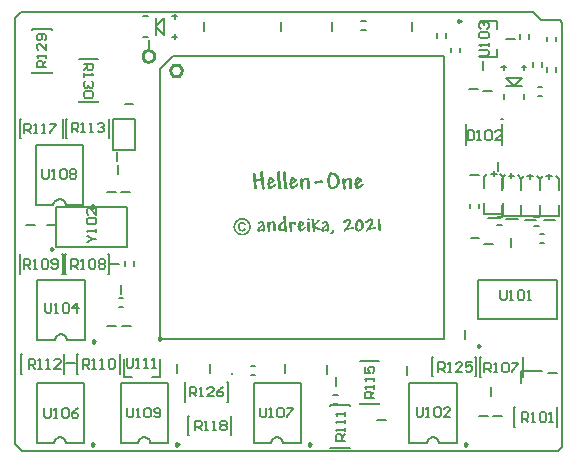
<source format=gto>
G04*
G04 #@! TF.GenerationSoftware,Altium Limited,Altium Designer,20.2.7 (254)*
G04*
G04 Layer_Color=65535*
%FSLAX25Y25*%
%MOIN*%
G70*
G04*
G04 #@! TF.SameCoordinates,2CAF1E14-90DA-4ECA-8151-D2BA910CDBF6*
G04*
G04*
G04 #@! TF.FilePolarity,Positive*
G04*
G01*
G75*
%ADD10C,0.00984*%
%ADD11C,0.00787*%
%ADD12C,0.01000*%
%ADD13C,0.00591*%
%ADD14C,0.00800*%
%ADD15C,0.00669*%
%ADD16C,0.00650*%
G36*
X82720Y93612D02*
X82768D01*
X82865Y93573D01*
X82922Y93554D01*
X82970Y93516D01*
X82980D01*
X82990Y93497D01*
X83038Y93439D01*
X83086Y93343D01*
X83095Y93285D01*
X83105Y93218D01*
Y93208D01*
Y93160D01*
Y93122D01*
X83114Y93074D01*
Y93016D01*
Y92949D01*
X83124Y92862D01*
Y92776D01*
X83134Y92670D01*
X83143Y92545D01*
X83153Y92411D01*
X83172Y92257D01*
X83182Y92094D01*
X83201Y91911D01*
Y91892D01*
X83210Y91853D01*
Y91786D01*
X83220Y91709D01*
X83230Y91632D01*
Y91555D01*
X83239Y91498D01*
Y91450D01*
X83307Y91459D01*
X83326D01*
X83364Y91450D01*
X83422Y91411D01*
X83451Y91382D01*
X83480Y91344D01*
Y91334D01*
X83489Y91325D01*
X83528Y91267D01*
X83556Y91190D01*
X83566Y91084D01*
Y91075D01*
Y91065D01*
Y91036D01*
X83556Y90998D01*
X83528Y90892D01*
X83480Y90758D01*
Y90748D01*
X83470Y90729D01*
X83432Y90671D01*
X83384Y90604D01*
X83355Y90585D01*
X83326Y90575D01*
X83355Y90075D01*
Y90056D01*
X83364Y90018D01*
Y89979D01*
X83374Y89931D01*
X83384Y89874D01*
X83393Y89806D01*
X83403Y89729D01*
X83412Y89643D01*
X83422Y89547D01*
X83441Y89432D01*
X83460Y89316D01*
X83480Y89172D01*
X83499Y89028D01*
X83518Y88865D01*
Y88855D01*
X83528Y88826D01*
Y88778D01*
X83537Y88721D01*
X83547Y88653D01*
X83556Y88576D01*
X83585Y88403D01*
X83614Y88230D01*
X83633Y88067D01*
X83643Y88000D01*
Y87942D01*
X83653Y87894D01*
Y87865D01*
Y87856D01*
Y87836D01*
X83643Y87808D01*
X83633Y87769D01*
X83605Y87673D01*
X83566Y87625D01*
X83528Y87577D01*
X83518D01*
X83508Y87558D01*
X83480Y87548D01*
X83441Y87529D01*
X83345Y87490D01*
X83278Y87481D01*
X83210Y87471D01*
X83172D01*
X83124Y87481D01*
X83076Y87490D01*
X83009Y87510D01*
X82951Y87538D01*
X82884Y87577D01*
X82826Y87634D01*
X82816Y87644D01*
X82807Y87663D01*
X82788Y87702D01*
X82759Y87750D01*
X82730Y87817D01*
X82711Y87894D01*
X82701Y87981D01*
X82692Y88077D01*
Y88096D01*
Y88115D01*
Y88144D01*
X82682Y88182D01*
Y88240D01*
X82672Y88307D01*
Y88403D01*
X82653Y88499D01*
X82644Y88624D01*
X82634Y88769D01*
X82615Y88932D01*
X82586Y89124D01*
X82567Y89336D01*
X82538Y89576D01*
X82499Y89845D01*
Y89854D01*
Y89864D01*
X82490Y89922D01*
X82480Y89999D01*
X82471Y90095D01*
X82461Y90200D01*
X82451Y90297D01*
X82442Y90383D01*
X82432Y90441D01*
X82423D01*
X82403Y90431D01*
X82355D01*
X82307Y90421D01*
X82230Y90402D01*
X82153Y90393D01*
X82057Y90373D01*
X81952Y90354D01*
X81836Y90325D01*
X81702Y90306D01*
X81423Y90239D01*
X81106Y90172D01*
X80770Y90085D01*
Y90075D01*
Y90047D01*
X80779Y89989D01*
X80789Y89903D01*
X80808Y89797D01*
X80827Y89643D01*
X80847Y89470D01*
X80856Y89364D01*
X80875Y89249D01*
Y89239D01*
Y89220D01*
X80885Y89191D01*
X80895Y89143D01*
X80914Y89038D01*
X80933Y88903D01*
X80962Y88749D01*
X80981Y88605D01*
X81010Y88461D01*
X81039Y88336D01*
X81048Y88327D01*
X81087Y88317D01*
X81116Y88288D01*
X81144Y88259D01*
X81154Y88250D01*
X81164Y88230D01*
X81173Y88182D01*
Y88105D01*
Y88096D01*
Y88086D01*
X81164Y88057D01*
X81144Y88019D01*
X81116Y87981D01*
X81077Y87923D01*
X81029Y87865D01*
X80952Y87798D01*
X80943Y87788D01*
X80914Y87769D01*
X80875Y87740D01*
X80827Y87711D01*
X80712Y87654D01*
X80645Y87634D01*
X80587Y87625D01*
X80568D01*
X80510Y87634D01*
X80424Y87663D01*
X80327Y87721D01*
X80270Y87760D01*
X80222Y87817D01*
X80174Y87875D01*
X80135Y87952D01*
X80097Y88038D01*
X80068Y88144D01*
X80039Y88259D01*
X80030Y88394D01*
Y88403D01*
Y88451D01*
X80020Y88519D01*
X80010Y88615D01*
X80001Y88749D01*
X79991Y88922D01*
X79982Y89018D01*
X79972Y89124D01*
X79962Y89249D01*
X79953Y89374D01*
Y89384D01*
Y89403D01*
X79943Y89432D01*
Y89460D01*
X79934Y89556D01*
X79924Y89672D01*
X79914Y89787D01*
X79905Y89903D01*
X79895Y89999D01*
Y90027D01*
Y90056D01*
X79886D01*
X79847Y90075D01*
X79789Y90114D01*
X79760Y90143D01*
X79732Y90191D01*
Y90200D01*
X79722Y90220D01*
X79693Y90277D01*
X79655Y90354D01*
X79645Y90431D01*
Y90441D01*
Y90450D01*
X79655Y90508D01*
X79674Y90575D01*
X79703Y90652D01*
Y90662D01*
X79712Y90671D01*
X79741Y90710D01*
X79789Y90748D01*
X79857Y90777D01*
Y90787D01*
Y90796D01*
X79847Y90825D01*
Y90873D01*
X79837Y90940D01*
X79818Y91036D01*
X79799Y91142D01*
X79780Y91286D01*
Y91296D01*
X79770Y91325D01*
Y91363D01*
X79760Y91421D01*
X79741Y91498D01*
X79732Y91575D01*
X79703Y91757D01*
X79674Y91949D01*
X79655Y92142D01*
X79636Y92315D01*
X79626Y92392D01*
Y92459D01*
Y92468D01*
Y92497D01*
X79636Y92536D01*
X79645Y92584D01*
X79664Y92632D01*
X79684Y92699D01*
X79722Y92747D01*
X79770Y92805D01*
X79780Y92814D01*
X79799Y92824D01*
X79828Y92843D01*
X79866Y92872D01*
X79982Y92920D01*
X80039Y92930D01*
X80107Y92939D01*
X80145D01*
X80183Y92930D01*
X80231Y92920D01*
X80289Y92901D01*
X80347Y92862D01*
X80414Y92824D01*
X80472Y92766D01*
X80481Y92757D01*
X80501Y92738D01*
X80520Y92699D01*
X80558Y92651D01*
X80587Y92593D01*
X80606Y92516D01*
X80625Y92430D01*
X80635Y92334D01*
Y92324D01*
Y92295D01*
Y92247D01*
Y92180D01*
Y92103D01*
X80645Y92007D01*
Y91901D01*
X80654Y91796D01*
X80664Y91555D01*
X80683Y91315D01*
X80712Y91075D01*
X80750Y90854D01*
X80760D01*
X80798Y90864D01*
X80847Y90873D01*
X80923Y90883D01*
X81000Y90892D01*
X81106Y90912D01*
X81212Y90931D01*
X81327Y90960D01*
X81586Y91008D01*
X81846Y91075D01*
X82105Y91152D01*
X82221Y91190D01*
X82336Y91238D01*
Y91248D01*
Y91277D01*
X82326Y91334D01*
X82317Y91411D01*
X82307Y91517D01*
X82288Y91651D01*
X82259Y91815D01*
X82230Y92017D01*
Y92026D01*
X82221Y92055D01*
Y92094D01*
X82211Y92151D01*
X82201Y92209D01*
X82192Y92286D01*
X82163Y92459D01*
X82134Y92641D01*
X82115Y92824D01*
X82105Y92987D01*
X82096Y93064D01*
Y93122D01*
Y93132D01*
Y93160D01*
X82105Y93189D01*
X82115Y93237D01*
X82134Y93295D01*
X82163Y93353D01*
X82201Y93410D01*
X82259Y93468D01*
X82269Y93477D01*
X82288Y93497D01*
X82326Y93516D01*
X82375Y93545D01*
X82432Y93573D01*
X82499Y93602D01*
X82576Y93612D01*
X82653Y93622D01*
X82682D01*
X82720Y93612D01*
D02*
G37*
G36*
X111944Y91459D02*
X112012Y91450D01*
X112089Y91421D01*
X112165Y91392D01*
X112252Y91344D01*
X112329Y91277D01*
X112338Y91267D01*
X112367Y91238D01*
X112406Y91200D01*
X112444Y91133D01*
X112502Y91056D01*
X112550Y90960D01*
X112598Y90844D01*
X112646Y90719D01*
X112656Y90700D01*
Y90681D01*
X112665Y90642D01*
X112675Y90594D01*
X112684Y90537D01*
X112694Y90469D01*
X112704Y90383D01*
X112713Y90287D01*
X112732Y90172D01*
X112742Y90037D01*
X112752Y89893D01*
X112761Y89720D01*
X112771Y89537D01*
X112780Y89336D01*
X112790Y89105D01*
Y89095D01*
Y89066D01*
Y89028D01*
X112800Y88970D01*
Y88884D01*
X112809Y88788D01*
Y88672D01*
X112819Y88538D01*
Y88519D01*
X112829Y88480D01*
Y88413D01*
X112838Y88336D01*
X112848Y88173D01*
X112857Y88096D01*
Y88038D01*
Y88029D01*
Y88009D01*
X112848Y87971D01*
X112838Y87932D01*
X112819Y87875D01*
X112780Y87827D01*
X112742Y87769D01*
X112684Y87711D01*
X112675Y87702D01*
X112656Y87692D01*
X112617Y87673D01*
X112569Y87644D01*
X112511Y87615D01*
X112454Y87596D01*
X112377Y87586D01*
X112300Y87577D01*
X112262D01*
X112223Y87586D01*
X112175D01*
X112050Y87615D01*
X111935Y87673D01*
X111925Y87683D01*
X111916Y87692D01*
X111867Y87750D01*
X111810Y87827D01*
X111800Y87884D01*
X111791Y87942D01*
Y87952D01*
Y87961D01*
Y88000D01*
Y88048D01*
Y88105D01*
Y88192D01*
X111800Y88298D01*
Y88432D01*
Y88442D01*
Y88451D01*
Y88480D01*
Y88519D01*
X111810Y88605D01*
Y88721D01*
Y88836D01*
X111820Y88951D01*
Y89057D01*
Y89143D01*
Y89153D01*
Y89172D01*
Y89201D01*
Y89259D01*
Y89268D01*
Y89288D01*
X111829Y89345D01*
Y89422D01*
Y89499D01*
Y89518D01*
Y89556D01*
Y89624D01*
X111820Y89701D01*
Y89806D01*
X111810Y89912D01*
X111791Y90162D01*
X111743Y90402D01*
X111723Y90508D01*
X111685Y90614D01*
X111646Y90690D01*
X111608Y90758D01*
X111550Y90796D01*
X111493Y90815D01*
X111464D01*
X111416Y90806D01*
X111368Y90787D01*
X111301Y90758D01*
X111224Y90719D01*
X111137Y90671D01*
X111051Y90594D01*
X111041Y90585D01*
X111012Y90556D01*
X110964Y90508D01*
X110907Y90441D01*
X110849Y90364D01*
X110782Y90258D01*
X110724Y90152D01*
X110666Y90027D01*
X110657Y90008D01*
X110647Y89970D01*
X110628Y89893D01*
X110599Y89806D01*
X110570Y89691D01*
X110551Y89556D01*
X110541Y89412D01*
X110532Y89259D01*
Y89249D01*
Y89230D01*
Y89182D01*
X110541Y89114D01*
X110551Y89018D01*
X110561Y88893D01*
X110580Y88740D01*
X110609Y88547D01*
Y88538D01*
Y88519D01*
X110618Y88490D01*
X110628Y88451D01*
X110637Y88336D01*
X110657Y88211D01*
X110676Y88067D01*
X110686Y87932D01*
X110705Y87817D01*
Y87760D01*
Y87721D01*
Y87711D01*
Y87702D01*
X110686Y87654D01*
X110657Y87586D01*
X110618Y87548D01*
X110580Y87519D01*
X110570D01*
X110561Y87510D01*
X110503Y87481D01*
X110416Y87452D01*
X110311Y87442D01*
X110253D01*
X110186Y87452D01*
X110109Y87471D01*
X110022Y87500D01*
X109945Y87548D01*
X109869Y87606D01*
X109811Y87692D01*
Y87702D01*
X109792Y87740D01*
X109773Y87808D01*
X109753Y87904D01*
X109724Y88038D01*
X109715Y88115D01*
X109705Y88201D01*
X109686Y88298D01*
X109677Y88413D01*
X109657Y88528D01*
X109648Y88663D01*
Y88672D01*
Y88711D01*
X109638Y88769D01*
X109628Y88836D01*
X109619Y88990D01*
X109609Y89057D01*
X109600Y89124D01*
Y89143D01*
X109590Y89182D01*
X109580Y89249D01*
X109571Y89345D01*
X109561Y89451D01*
X109552Y89566D01*
X109523Y89826D01*
X109484Y90095D01*
X109475Y90229D01*
X109465Y90345D01*
X109455Y90460D01*
X109446Y90546D01*
X109436Y90614D01*
Y90662D01*
Y90671D01*
Y90690D01*
Y90710D01*
X109446Y90748D01*
X109465Y90844D01*
X109503Y90950D01*
X109571Y91046D01*
X109667Y91142D01*
X109724Y91181D01*
X109801Y91200D01*
X109878Y91219D01*
X109974Y91229D01*
X110013D01*
X110061Y91219D01*
X110109Y91210D01*
X110234Y91171D01*
X110282Y91142D01*
X110330Y91094D01*
X110340Y91084D01*
X110349Y91065D01*
X110368Y91036D01*
X110397Y90988D01*
X110416Y90931D01*
X110445Y90854D01*
X110465Y90758D01*
X110484Y90652D01*
X110493Y90671D01*
X110532Y90719D01*
X110589Y90787D01*
X110666Y90873D01*
X110753Y90969D01*
X110859Y91075D01*
X110983Y91171D01*
X111108Y91258D01*
X111128Y91267D01*
X111166Y91286D01*
X111243Y91325D01*
X111329Y91363D01*
X111445Y91402D01*
X111570Y91440D01*
X111704Y91459D01*
X111839Y91469D01*
X111887D01*
X111944Y91459D01*
D02*
G37*
G36*
X97827D02*
X97895Y91450D01*
X97971Y91421D01*
X98048Y91392D01*
X98135Y91344D01*
X98212Y91277D01*
X98221Y91267D01*
X98250Y91238D01*
X98289Y91200D01*
X98327Y91133D01*
X98385Y91056D01*
X98433Y90960D01*
X98481Y90844D01*
X98529Y90719D01*
X98539Y90700D01*
Y90681D01*
X98548Y90642D01*
X98558Y90594D01*
X98567Y90537D01*
X98577Y90469D01*
X98586Y90383D01*
X98596Y90287D01*
X98615Y90172D01*
X98625Y90037D01*
X98635Y89893D01*
X98644Y89720D01*
X98654Y89537D01*
X98663Y89336D01*
X98673Y89105D01*
Y89095D01*
Y89066D01*
Y89028D01*
X98683Y88970D01*
Y88884D01*
X98692Y88788D01*
Y88672D01*
X98702Y88538D01*
Y88519D01*
X98712Y88480D01*
Y88413D01*
X98721Y88336D01*
X98731Y88173D01*
X98740Y88096D01*
Y88038D01*
Y88029D01*
Y88009D01*
X98731Y87971D01*
X98721Y87932D01*
X98702Y87875D01*
X98663Y87827D01*
X98625Y87769D01*
X98567Y87711D01*
X98558Y87702D01*
X98539Y87692D01*
X98500Y87673D01*
X98452Y87644D01*
X98394Y87615D01*
X98337Y87596D01*
X98260Y87586D01*
X98183Y87577D01*
X98145D01*
X98106Y87586D01*
X98058D01*
X97933Y87615D01*
X97818Y87673D01*
X97808Y87683D01*
X97799Y87692D01*
X97751Y87750D01*
X97693Y87827D01*
X97683Y87884D01*
X97674Y87942D01*
Y87952D01*
Y87961D01*
Y88000D01*
Y88048D01*
Y88105D01*
Y88192D01*
X97683Y88298D01*
Y88432D01*
Y88442D01*
Y88451D01*
Y88480D01*
Y88519D01*
X97693Y88605D01*
Y88721D01*
Y88836D01*
X97702Y88951D01*
Y89057D01*
Y89143D01*
Y89153D01*
Y89172D01*
Y89201D01*
Y89259D01*
Y89268D01*
Y89288D01*
X97712Y89345D01*
Y89422D01*
Y89499D01*
Y89518D01*
Y89556D01*
Y89624D01*
X97702Y89701D01*
Y89806D01*
X97693Y89912D01*
X97674Y90162D01*
X97625Y90402D01*
X97606Y90508D01*
X97568Y90614D01*
X97529Y90690D01*
X97491Y90758D01*
X97433Y90796D01*
X97376Y90815D01*
X97347D01*
X97299Y90806D01*
X97251Y90787D01*
X97184Y90758D01*
X97107Y90719D01*
X97020Y90671D01*
X96934Y90594D01*
X96924Y90585D01*
X96895Y90556D01*
X96847Y90508D01*
X96789Y90441D01*
X96732Y90364D01*
X96665Y90258D01*
X96607Y90152D01*
X96549Y90027D01*
X96540Y90008D01*
X96530Y89970D01*
X96511Y89893D01*
X96482Y89806D01*
X96453Y89691D01*
X96434Y89556D01*
X96424Y89412D01*
X96415Y89259D01*
Y89249D01*
Y89230D01*
Y89182D01*
X96424Y89114D01*
X96434Y89018D01*
X96443Y88893D01*
X96463Y88740D01*
X96491Y88547D01*
Y88538D01*
Y88519D01*
X96501Y88490D01*
X96511Y88451D01*
X96520Y88336D01*
X96540Y88211D01*
X96559Y88067D01*
X96568Y87932D01*
X96588Y87817D01*
Y87760D01*
Y87721D01*
Y87711D01*
Y87702D01*
X96568Y87654D01*
X96540Y87586D01*
X96501Y87548D01*
X96463Y87519D01*
X96453D01*
X96443Y87510D01*
X96386Y87481D01*
X96299Y87452D01*
X96194Y87442D01*
X96136D01*
X96069Y87452D01*
X95992Y87471D01*
X95905Y87500D01*
X95828Y87548D01*
X95752Y87606D01*
X95694Y87692D01*
Y87702D01*
X95675Y87740D01*
X95656Y87808D01*
X95636Y87904D01*
X95607Y88038D01*
X95598Y88115D01*
X95588Y88201D01*
X95569Y88298D01*
X95559Y88413D01*
X95540Y88528D01*
X95530Y88663D01*
Y88672D01*
Y88711D01*
X95521Y88769D01*
X95511Y88836D01*
X95502Y88990D01*
X95492Y89057D01*
X95482Y89124D01*
Y89143D01*
X95473Y89182D01*
X95463Y89249D01*
X95454Y89345D01*
X95444Y89451D01*
X95434Y89566D01*
X95406Y89826D01*
X95367Y90095D01*
X95358Y90229D01*
X95348Y90345D01*
X95338Y90460D01*
X95329Y90546D01*
X95319Y90614D01*
Y90662D01*
Y90671D01*
Y90690D01*
Y90710D01*
X95329Y90748D01*
X95348Y90844D01*
X95386Y90950D01*
X95454Y91046D01*
X95550Y91142D01*
X95607Y91181D01*
X95684Y91200D01*
X95761Y91219D01*
X95857Y91229D01*
X95896D01*
X95944Y91219D01*
X95992Y91210D01*
X96117Y91171D01*
X96165Y91142D01*
X96213Y91094D01*
X96223Y91084D01*
X96232Y91065D01*
X96251Y91036D01*
X96280Y90988D01*
X96299Y90931D01*
X96328Y90854D01*
X96347Y90758D01*
X96367Y90652D01*
X96376Y90671D01*
X96415Y90719D01*
X96472Y90787D01*
X96549Y90873D01*
X96636Y90969D01*
X96741Y91075D01*
X96866Y91171D01*
X96991Y91258D01*
X97010Y91267D01*
X97049Y91286D01*
X97126Y91325D01*
X97212Y91363D01*
X97328Y91402D01*
X97452Y91440D01*
X97587Y91459D01*
X97722Y91469D01*
X97770D01*
X97827Y91459D01*
D02*
G37*
G36*
X102709Y90556D02*
X102757Y90546D01*
X102853Y90517D01*
X102901Y90479D01*
X102950Y90441D01*
X102959Y90431D01*
X102969Y90421D01*
X103017Y90364D01*
X103055Y90268D01*
X103065Y90220D01*
X103074Y90162D01*
Y90152D01*
Y90133D01*
X103065Y90104D01*
Y90066D01*
X103026Y89960D01*
X103007Y89912D01*
X102969Y89854D01*
Y89845D01*
X102950Y89835D01*
X102901Y89787D01*
X102815Y89739D01*
X102767Y89729D01*
X102709Y89720D01*
X102603D01*
X102546Y89710D01*
X102479D01*
X102392Y89701D01*
X102306D01*
X102200Y89682D01*
X102094Y89672D01*
X101844Y89643D01*
X101566Y89595D01*
X101268Y89528D01*
X101258D01*
X101239Y89518D01*
X101210D01*
X101172Y89508D01*
X101066Y89489D01*
X100951Y89460D01*
X100826Y89432D01*
X100710Y89412D01*
X100614Y89403D01*
X100585Y89393D01*
X100537D01*
X100508Y89403D01*
X100480Y89412D01*
X100393Y89451D01*
X100345Y89480D01*
X100307Y89518D01*
Y89528D01*
X100287Y89537D01*
X100278Y89566D01*
X100259Y89605D01*
X100230Y89701D01*
X100211Y89806D01*
Y89816D01*
Y89835D01*
X100220Y89864D01*
X100230Y89903D01*
X100259Y90008D01*
X100287Y90066D01*
X100326Y90123D01*
X100336Y90133D01*
X100345Y90152D01*
X100403Y90210D01*
X100489Y90258D01*
X100547Y90277D01*
X100605Y90287D01*
X100662D01*
X100720Y90297D01*
X100797Y90306D01*
X100912Y90316D01*
X101047Y90335D01*
X101133Y90354D01*
X101229Y90364D01*
X101239D01*
X101277Y90373D01*
X101335Y90383D01*
X101402Y90393D01*
X101537Y90412D01*
X101594D01*
X101643Y90421D01*
X101662D01*
X101700Y90431D01*
X101739D01*
X101796Y90441D01*
X101873Y90450D01*
X101960Y90460D01*
X102065Y90479D01*
X102085D01*
X102142Y90489D01*
X102219Y90508D01*
X102306Y90527D01*
X102402Y90537D01*
X102498Y90556D01*
X102584Y90566D01*
X102671D01*
X102709Y90556D01*
D02*
G37*
G36*
X105890Y93276D02*
X105929Y93266D01*
X105967Y93247D01*
X106015Y93228D01*
X106073Y93189D01*
X106121Y93141D01*
X106130Y93132D01*
X106140Y93112D01*
X106169Y93083D01*
X106198Y93055D01*
X106246Y92958D01*
X106255Y92910D01*
X106265Y92853D01*
Y92843D01*
Y92805D01*
Y92747D01*
X106255Y92680D01*
X106236Y92516D01*
X106217Y92440D01*
X106188Y92363D01*
Y92353D01*
X106178Y92334D01*
X106140Y92276D01*
X106082Y92209D01*
X106053Y92190D01*
X106025Y92180D01*
X106005D01*
X105967Y92190D01*
X105909Y92209D01*
X105871Y92247D01*
X105861Y92257D01*
X105842Y92286D01*
X105813Y92315D01*
X105775Y92324D01*
X105756Y92315D01*
X105736Y92295D01*
X105708Y92257D01*
X105679Y92190D01*
X105659Y92151D01*
X105650Y92094D01*
X105631Y92026D01*
X105611Y91959D01*
X105592Y91873D01*
X105573Y91776D01*
Y91767D01*
Y91748D01*
X105563Y91719D01*
X105554Y91680D01*
Y91623D01*
X105544Y91565D01*
X105535Y91488D01*
X105525Y91402D01*
X105506Y91200D01*
X105496Y90969D01*
X105477Y90710D01*
Y90412D01*
Y90402D01*
Y90364D01*
Y90316D01*
Y90249D01*
X105487Y90162D01*
Y90066D01*
X105496Y89960D01*
X105506Y89845D01*
X105525Y89595D01*
X105563Y89345D01*
X105611Y89095D01*
X105640Y88980D01*
X105679Y88874D01*
Y88865D01*
X105688Y88855D01*
X105717Y88788D01*
X105765Y88701D01*
X105823Y88605D01*
X105900Y88509D01*
X105996Y88423D01*
X106102Y88355D01*
X106159Y88346D01*
X106227Y88336D01*
X106284D01*
X106332Y88346D01*
X106390Y88355D01*
X106457Y88365D01*
X106601Y88413D01*
X106774Y88480D01*
X106870Y88528D01*
X106966Y88576D01*
X107062Y88644D01*
X107159Y88721D01*
X107245Y88807D01*
X107341Y88913D01*
X107351Y88922D01*
X107360Y88942D01*
X107389Y88970D01*
X107418Y89018D01*
X107457Y89076D01*
X107495Y89143D01*
X107543Y89220D01*
X107591Y89307D01*
X107678Y89508D01*
X107755Y89739D01*
X107812Y89999D01*
X107822Y90133D01*
X107831Y90277D01*
Y90287D01*
Y90306D01*
Y90345D01*
X107822Y90393D01*
Y90450D01*
X107812Y90517D01*
X107783Y90681D01*
X107735Y90873D01*
X107658Y91075D01*
X107562Y91296D01*
X107428Y91507D01*
Y91517D01*
X107408Y91536D01*
X107389Y91565D01*
X107360Y91603D01*
X107274Y91700D01*
X107159Y91825D01*
X107024Y91949D01*
X106861Y92084D01*
X106678Y92209D01*
X106486Y92305D01*
X106476Y92315D01*
X106457Y92324D01*
X106419Y92353D01*
X106380Y92401D01*
X106342Y92468D01*
X106303Y92555D01*
X106284Y92661D01*
X106274Y92805D01*
Y92814D01*
Y92834D01*
X106284Y92891D01*
X106303Y92958D01*
X106351Y93035D01*
X106371Y93045D01*
X106409Y93083D01*
X106476Y93112D01*
X106572Y93122D01*
X106621D01*
X106659Y93112D01*
X106765Y93103D01*
X106890Y93074D01*
X107043Y93016D01*
X107216Y92939D01*
X107399Y92843D01*
X107485Y92776D01*
X107581Y92699D01*
X107591D01*
X107601Y92680D01*
X107630Y92661D01*
X107668Y92622D01*
X107755Y92536D01*
X107870Y92411D01*
X107995Y92247D01*
X108129Y92065D01*
X108264Y91844D01*
X108389Y91603D01*
Y91594D01*
X108398Y91575D01*
X108418Y91536D01*
X108437Y91488D01*
X108466Y91430D01*
X108485Y91354D01*
X108514Y91277D01*
X108552Y91181D01*
X108610Y90979D01*
X108658Y90748D01*
X108696Y90498D01*
X108706Y90249D01*
Y90239D01*
Y90220D01*
Y90191D01*
X108696Y90152D01*
Y90095D01*
X108687Y90027D01*
X108658Y89874D01*
X108610Y89691D01*
X108543Y89480D01*
X108446Y89249D01*
X108312Y89009D01*
Y88999D01*
X108293Y88980D01*
X108273Y88942D01*
X108245Y88903D01*
X108206Y88845D01*
X108158Y88778D01*
X108043Y88634D01*
X107908Y88471D01*
X107745Y88298D01*
X107553Y88125D01*
X107341Y87971D01*
X107332D01*
X107312Y87952D01*
X107284Y87932D01*
X107236Y87913D01*
X107187Y87884D01*
X107120Y87846D01*
X106966Y87779D01*
X106784Y87711D01*
X106582Y87644D01*
X106351Y87606D01*
X106121Y87586D01*
X106082D01*
X106044Y87596D01*
X105986D01*
X105919Y87606D01*
X105842Y87625D01*
X105669Y87673D01*
X105573Y87711D01*
X105477Y87760D01*
X105371Y87808D01*
X105275Y87875D01*
X105179Y87961D01*
X105083Y88048D01*
X104996Y88153D01*
X104920Y88278D01*
Y88288D01*
X104900Y88317D01*
X104881Y88355D01*
X104862Y88413D01*
X104833Y88490D01*
X104795Y88586D01*
X104756Y88701D01*
X104727Y88836D01*
X104689Y88990D01*
X104650Y89153D01*
X104622Y89345D01*
X104583Y89556D01*
X104564Y89787D01*
X104545Y90047D01*
X104525Y90316D01*
Y90614D01*
Y90623D01*
Y90642D01*
Y90681D01*
Y90729D01*
X104535Y90796D01*
Y90864D01*
X104545Y91036D01*
X104564Y91238D01*
X104602Y91459D01*
X104641Y91680D01*
X104699Y91911D01*
Y91921D01*
X104708Y91940D01*
X104718Y91969D01*
X104737Y92017D01*
X104775Y92122D01*
X104833Y92267D01*
X104900Y92420D01*
X104987Y92584D01*
X105093Y92747D01*
X105208Y92901D01*
X105227Y92920D01*
X105265Y92958D01*
X105323Y93026D01*
X105410Y93093D01*
X105506Y93160D01*
X105611Y93228D01*
X105717Y93266D01*
X105833Y93285D01*
X105861D01*
X105890Y93276D01*
D02*
G37*
G36*
X114568Y91584D02*
X114664Y91575D01*
X114779Y91555D01*
X114914Y91536D01*
X115049Y91498D01*
X115183Y91450D01*
X115202Y91440D01*
X115241Y91421D01*
X115308Y91392D01*
X115394Y91344D01*
X115490Y91296D01*
X115596Y91229D01*
X115702Y91152D01*
X115798Y91065D01*
X115808Y91056D01*
X115837Y91027D01*
X115884Y90979D01*
X115933Y90921D01*
X115971Y90854D01*
X116019Y90787D01*
X116048Y90710D01*
X116058Y90633D01*
Y90623D01*
Y90594D01*
Y90556D01*
X116048Y90508D01*
X116038Y90393D01*
X116029Y90345D01*
X116009Y90297D01*
X116000Y90277D01*
X115971Y90229D01*
X115923Y90172D01*
X115856Y90095D01*
X115846D01*
X115827Y90075D01*
X115798Y90047D01*
X115731Y90018D01*
X115654Y89960D01*
X115539Y89893D01*
X115385Y89806D01*
X115298Y89758D01*
X115202Y89701D01*
X115193D01*
X115183Y89691D01*
X115154Y89672D01*
X115116Y89653D01*
X115029Y89605D01*
X114924Y89547D01*
X114818Y89480D01*
X114712Y89422D01*
X114635Y89374D01*
X114606Y89355D01*
X114587Y89345D01*
Y89134D01*
Y89124D01*
Y89086D01*
X114597Y89028D01*
Y88961D01*
X114606Y88874D01*
X114626Y88788D01*
X114674Y88615D01*
Y88605D01*
X114693Y88576D01*
X114702Y88547D01*
X114731Y88509D01*
X114760Y88461D01*
X114789Y88432D01*
X114827Y88403D01*
X114866Y88394D01*
X114875D01*
X114904Y88403D01*
X114952Y88423D01*
X115020Y88461D01*
X115116Y88519D01*
X115231Y88605D01*
X115298Y88663D01*
X115375Y88740D01*
X115452Y88817D01*
X115539Y88903D01*
X115558Y88922D01*
X115606Y88970D01*
X115673Y89038D01*
X115750Y89114D01*
X115837Y89201D01*
X115923Y89288D01*
X116000Y89355D01*
X116058Y89403D01*
X116067D01*
X116077Y89422D01*
X116134Y89451D01*
X116211Y89480D01*
X116298Y89499D01*
X116346D01*
X116394Y89489D01*
X116461Y89470D01*
X116519Y89432D01*
X116567Y89384D01*
X116605Y89316D01*
X116615Y89230D01*
Y89220D01*
X116605Y89172D01*
X116567Y89105D01*
X116538Y89057D01*
X116500Y88999D01*
X116452Y88932D01*
X116384Y88865D01*
X116317Y88778D01*
X116221Y88692D01*
X116115Y88595D01*
X115990Y88480D01*
X115846Y88365D01*
X115683Y88240D01*
X115673D01*
X115654Y88221D01*
X115615Y88192D01*
X115558Y88144D01*
X115548Y88134D01*
X115519Y88115D01*
X115481Y88086D01*
X115433Y88048D01*
X115366Y88000D01*
X115298Y87942D01*
X115145Y87836D01*
X114972Y87721D01*
X114818Y87615D01*
X114741Y87577D01*
X114683Y87548D01*
X114626Y87529D01*
X114587Y87519D01*
X114568D01*
X114530Y87529D01*
X114453Y87538D01*
X114366Y87577D01*
X114270Y87625D01*
X114164Y87702D01*
X114059Y87817D01*
X114011Y87884D01*
X113962Y87961D01*
Y87971D01*
X113953Y87981D01*
X113924Y88038D01*
X113886Y88134D01*
X113847Y88250D01*
X113799Y88394D01*
X113761Y88567D01*
X113732Y88749D01*
X113722Y88951D01*
Y89105D01*
X113713D01*
X113674Y89095D01*
X113617Y89086D01*
X113540Y89076D01*
X113530D01*
X113501Y89086D01*
X113463Y89114D01*
X113424Y89162D01*
X113415Y89182D01*
X113405Y89220D01*
X113386Y89268D01*
X113376Y89326D01*
Y89336D01*
Y89355D01*
Y89384D01*
X113386Y89422D01*
X113405Y89508D01*
X113434Y89576D01*
X113444Y89585D01*
X113463Y89605D01*
X113492Y89624D01*
X113530Y89653D01*
X113568Y89682D01*
X113636Y89710D01*
X113703Y89739D01*
Y89749D01*
Y89758D01*
Y89816D01*
X113713Y89912D01*
Y90027D01*
X113732Y90162D01*
X113751Y90306D01*
X113770Y90460D01*
X113809Y90614D01*
Y90623D01*
X113818Y90633D01*
X113828Y90681D01*
X113857Y90758D01*
X113886Y90854D01*
X113924Y90969D01*
X113972Y91084D01*
X114030Y91200D01*
X114097Y91306D01*
X114107Y91315D01*
X114126Y91354D01*
X114164Y91402D01*
X114203Y91450D01*
X114260Y91507D01*
X114309Y91546D01*
X114366Y91584D01*
X114424Y91594D01*
X114491D01*
X114568Y91584D01*
D02*
G37*
G36*
X92840D02*
X92936Y91575D01*
X93051Y91555D01*
X93186Y91536D01*
X93320Y91498D01*
X93455Y91450D01*
X93474Y91440D01*
X93512Y91421D01*
X93580Y91392D01*
X93666Y91344D01*
X93762Y91296D01*
X93868Y91229D01*
X93974Y91152D01*
X94070Y91065D01*
X94079Y91056D01*
X94108Y91027D01*
X94156Y90979D01*
X94204Y90921D01*
X94243Y90854D01*
X94291Y90787D01*
X94320Y90710D01*
X94329Y90633D01*
Y90623D01*
Y90594D01*
Y90556D01*
X94320Y90508D01*
X94310Y90393D01*
X94301Y90345D01*
X94281Y90297D01*
X94272Y90277D01*
X94243Y90229D01*
X94195Y90172D01*
X94128Y90095D01*
X94118D01*
X94099Y90075D01*
X94070Y90047D01*
X94002Y90018D01*
X93926Y89960D01*
X93810Y89893D01*
X93657Y89806D01*
X93570Y89758D01*
X93474Y89701D01*
X93464D01*
X93455Y89691D01*
X93426Y89672D01*
X93388Y89653D01*
X93301Y89605D01*
X93195Y89547D01*
X93090Y89480D01*
X92984Y89422D01*
X92907Y89374D01*
X92878Y89355D01*
X92859Y89345D01*
Y89134D01*
Y89124D01*
Y89086D01*
X92869Y89028D01*
Y88961D01*
X92878Y88874D01*
X92897Y88788D01*
X92945Y88615D01*
Y88605D01*
X92965Y88576D01*
X92974Y88547D01*
X93003Y88509D01*
X93032Y88461D01*
X93061Y88432D01*
X93099Y88403D01*
X93138Y88394D01*
X93147D01*
X93176Y88403D01*
X93224Y88423D01*
X93291Y88461D01*
X93388Y88519D01*
X93503Y88605D01*
X93570Y88663D01*
X93647Y88740D01*
X93724Y88817D01*
X93810Y88903D01*
X93830Y88922D01*
X93878Y88970D01*
X93945Y89038D01*
X94022Y89114D01*
X94108Y89201D01*
X94195Y89288D01*
X94272Y89355D01*
X94329Y89403D01*
X94339D01*
X94349Y89422D01*
X94406Y89451D01*
X94483Y89480D01*
X94569Y89499D01*
X94618D01*
X94666Y89489D01*
X94733Y89470D01*
X94791Y89432D01*
X94839Y89384D01*
X94877Y89316D01*
X94887Y89230D01*
Y89220D01*
X94877Y89172D01*
X94839Y89105D01*
X94810Y89057D01*
X94771Y88999D01*
X94723Y88932D01*
X94656Y88865D01*
X94589Y88778D01*
X94493Y88692D01*
X94387Y88595D01*
X94262Y88480D01*
X94118Y88365D01*
X93954Y88240D01*
X93945D01*
X93926Y88221D01*
X93887Y88192D01*
X93830Y88144D01*
X93820Y88134D01*
X93791Y88115D01*
X93753Y88086D01*
X93705Y88048D01*
X93637Y88000D01*
X93570Y87942D01*
X93416Y87836D01*
X93243Y87721D01*
X93090Y87615D01*
X93013Y87577D01*
X92955Y87548D01*
X92897Y87529D01*
X92859Y87519D01*
X92840D01*
X92801Y87529D01*
X92724Y87538D01*
X92638Y87577D01*
X92542Y87625D01*
X92436Y87702D01*
X92330Y87817D01*
X92282Y87884D01*
X92234Y87961D01*
Y87971D01*
X92225Y87981D01*
X92196Y88038D01*
X92157Y88134D01*
X92119Y88250D01*
X92071Y88394D01*
X92032Y88567D01*
X92004Y88749D01*
X91994Y88951D01*
Y89105D01*
X91984D01*
X91946Y89095D01*
X91888Y89086D01*
X91812Y89076D01*
X91802D01*
X91773Y89086D01*
X91735Y89114D01*
X91696Y89162D01*
X91686Y89182D01*
X91677Y89220D01*
X91658Y89268D01*
X91648Y89326D01*
Y89336D01*
Y89355D01*
Y89384D01*
X91658Y89422D01*
X91677Y89508D01*
X91706Y89576D01*
X91715Y89585D01*
X91735Y89605D01*
X91763Y89624D01*
X91802Y89653D01*
X91840Y89682D01*
X91908Y89710D01*
X91975Y89739D01*
Y89749D01*
Y89758D01*
Y89816D01*
X91984Y89912D01*
Y90027D01*
X92004Y90162D01*
X92023Y90306D01*
X92042Y90460D01*
X92081Y90614D01*
Y90623D01*
X92090Y90633D01*
X92100Y90681D01*
X92129Y90758D01*
X92157Y90854D01*
X92196Y90969D01*
X92244Y91084D01*
X92302Y91200D01*
X92369Y91306D01*
X92378Y91315D01*
X92398Y91354D01*
X92436Y91402D01*
X92475Y91450D01*
X92532Y91507D01*
X92580Y91546D01*
X92638Y91584D01*
X92696Y91594D01*
X92763D01*
X92840Y91584D01*
D02*
G37*
G36*
X85450D02*
X85546Y91575D01*
X85661Y91555D01*
X85796Y91536D01*
X85930Y91498D01*
X86065Y91450D01*
X86084Y91440D01*
X86122Y91421D01*
X86190Y91392D01*
X86276Y91344D01*
X86372Y91296D01*
X86478Y91229D01*
X86584Y91152D01*
X86680Y91065D01*
X86689Y91056D01*
X86718Y91027D01*
X86766Y90979D01*
X86814Y90921D01*
X86853Y90854D01*
X86901Y90787D01*
X86930Y90710D01*
X86939Y90633D01*
Y90623D01*
Y90594D01*
Y90556D01*
X86930Y90508D01*
X86920Y90393D01*
X86910Y90345D01*
X86891Y90297D01*
X86882Y90277D01*
X86853Y90229D01*
X86805Y90172D01*
X86737Y90095D01*
X86728D01*
X86709Y90075D01*
X86680Y90047D01*
X86612Y90018D01*
X86536Y89960D01*
X86420Y89893D01*
X86266Y89806D01*
X86180Y89758D01*
X86084Y89701D01*
X86074D01*
X86065Y89691D01*
X86036Y89672D01*
X85997Y89653D01*
X85911Y89605D01*
X85805Y89547D01*
X85699Y89480D01*
X85594Y89422D01*
X85517Y89374D01*
X85488Y89355D01*
X85469Y89345D01*
Y89134D01*
Y89124D01*
Y89086D01*
X85479Y89028D01*
Y88961D01*
X85488Y88874D01*
X85507Y88788D01*
X85555Y88615D01*
Y88605D01*
X85575Y88576D01*
X85584Y88547D01*
X85613Y88509D01*
X85642Y88461D01*
X85671Y88432D01*
X85709Y88403D01*
X85748Y88394D01*
X85757D01*
X85786Y88403D01*
X85834Y88423D01*
X85901Y88461D01*
X85997Y88519D01*
X86113Y88605D01*
X86180Y88663D01*
X86257Y88740D01*
X86334Y88817D01*
X86420Y88903D01*
X86440Y88922D01*
X86488Y88970D01*
X86555Y89038D01*
X86632Y89114D01*
X86718Y89201D01*
X86805Y89288D01*
X86882Y89355D01*
X86939Y89403D01*
X86949D01*
X86958Y89422D01*
X87016Y89451D01*
X87093Y89480D01*
X87179Y89499D01*
X87227D01*
X87275Y89489D01*
X87343Y89470D01*
X87401Y89432D01*
X87449Y89384D01*
X87487Y89316D01*
X87497Y89230D01*
Y89220D01*
X87487Y89172D01*
X87449Y89105D01*
X87420Y89057D01*
X87381Y88999D01*
X87333Y88932D01*
X87266Y88865D01*
X87199Y88778D01*
X87103Y88692D01*
X86997Y88595D01*
X86872Y88480D01*
X86728Y88365D01*
X86564Y88240D01*
X86555D01*
X86536Y88221D01*
X86497Y88192D01*
X86440Y88144D01*
X86430Y88134D01*
X86401Y88115D01*
X86363Y88086D01*
X86314Y88048D01*
X86247Y88000D01*
X86180Y87942D01*
X86026Y87836D01*
X85853Y87721D01*
X85699Y87615D01*
X85623Y87577D01*
X85565Y87548D01*
X85507Y87529D01*
X85469Y87519D01*
X85450D01*
X85411Y87529D01*
X85334Y87538D01*
X85248Y87577D01*
X85152Y87625D01*
X85046Y87702D01*
X84940Y87817D01*
X84892Y87884D01*
X84844Y87961D01*
Y87971D01*
X84835Y87981D01*
X84806Y88038D01*
X84767Y88134D01*
X84729Y88250D01*
X84681Y88394D01*
X84642Y88567D01*
X84614Y88749D01*
X84604Y88951D01*
Y89105D01*
X84594D01*
X84556Y89095D01*
X84498Y89086D01*
X84421Y89076D01*
X84412D01*
X84383Y89086D01*
X84345Y89114D01*
X84306Y89162D01*
X84297Y89182D01*
X84287Y89220D01*
X84268Y89268D01*
X84258Y89326D01*
Y89336D01*
Y89355D01*
Y89384D01*
X84268Y89422D01*
X84287Y89508D01*
X84316Y89576D01*
X84325Y89585D01*
X84345Y89605D01*
X84373Y89624D01*
X84412Y89653D01*
X84450Y89682D01*
X84518Y89710D01*
X84585Y89739D01*
Y89749D01*
Y89758D01*
Y89816D01*
X84594Y89912D01*
Y90027D01*
X84614Y90162D01*
X84633Y90306D01*
X84652Y90460D01*
X84690Y90614D01*
Y90623D01*
X84700Y90633D01*
X84710Y90681D01*
X84738Y90758D01*
X84767Y90854D01*
X84806Y90969D01*
X84854Y91084D01*
X84912Y91200D01*
X84979Y91306D01*
X84988Y91315D01*
X85008Y91354D01*
X85046Y91402D01*
X85084Y91450D01*
X85142Y91507D01*
X85190Y91546D01*
X85248Y91584D01*
X85306Y91594D01*
X85373D01*
X85450Y91584D01*
D02*
G37*
G36*
X90293Y93602D02*
X90408Y93573D01*
X90524Y93525D01*
X90533D01*
X90553Y93506D01*
X90601Y93458D01*
X90658Y93381D01*
X90668Y93324D01*
X90677Y93266D01*
Y93247D01*
Y93228D01*
Y93189D01*
Y93151D01*
X90668Y93083D01*
Y93016D01*
X90658Y92930D01*
Y92920D01*
Y92910D01*
Y92853D01*
X90649Y92766D01*
Y92661D01*
X90639Y92536D01*
Y92411D01*
X90629Y92295D01*
Y92180D01*
Y92171D01*
Y92122D01*
X90639Y92094D01*
Y92045D01*
Y91988D01*
X90649Y91921D01*
X90658Y91844D01*
X90668Y91748D01*
X90687Y91632D01*
X90697Y91507D01*
X90716Y91373D01*
X90735Y91210D01*
X90764Y91036D01*
X90793Y90835D01*
Y90825D01*
X90802Y90796D01*
Y90748D01*
X90812Y90690D01*
X90822Y90623D01*
X90841Y90546D01*
X90860Y90364D01*
X90889Y90181D01*
X90918Y89999D01*
X90927Y89912D01*
X90937Y89845D01*
X90947Y89778D01*
Y89729D01*
Y89710D01*
X90956Y89662D01*
X90966Y89566D01*
Y89508D01*
X90975Y89441D01*
X90985Y89364D01*
X91004Y89268D01*
X91014Y89172D01*
X91033Y89066D01*
X91062Y88951D01*
X91081Y88817D01*
X91110Y88682D01*
X91139Y88528D01*
Y88519D01*
X91148Y88509D01*
X91158Y88451D01*
X91177Y88365D01*
X91196Y88259D01*
X91216Y88153D01*
X91235Y88048D01*
X91254Y87961D01*
Y87894D01*
Y87884D01*
Y87865D01*
X91245Y87827D01*
X91235Y87788D01*
X91196Y87692D01*
X91168Y87644D01*
X91120Y87606D01*
X91110D01*
X91100Y87586D01*
X91071Y87577D01*
X91033Y87558D01*
X90985Y87538D01*
X90927Y87519D01*
X90860Y87510D01*
X90783Y87500D01*
X90697D01*
X90629Y87510D01*
X90495Y87529D01*
X90360Y87577D01*
X90351D01*
X90332Y87596D01*
X90274Y87644D01*
X90216Y87711D01*
X90197Y87760D01*
X90187Y87817D01*
Y87827D01*
Y87836D01*
X90178Y87875D01*
Y87923D01*
X90168Y88000D01*
X90159Y88086D01*
X90139Y88211D01*
X90120Y88355D01*
Y88365D01*
Y88394D01*
X90110Y88442D01*
X90101Y88499D01*
X90091Y88576D01*
X90082Y88663D01*
X90062Y88865D01*
X90034Y89086D01*
X90014Y89316D01*
X89995Y89537D01*
X89986Y89633D01*
X89976Y89729D01*
Y89749D01*
X89966Y89797D01*
X89957Y89874D01*
Y89931D01*
X89947Y89999D01*
X89938Y90066D01*
X89928Y90152D01*
X89909Y90249D01*
X89899Y90354D01*
X89880Y90479D01*
X89861Y90604D01*
X89841Y90748D01*
X89813Y90902D01*
Y90921D01*
X89803Y90960D01*
X89793Y91027D01*
X89774Y91123D01*
X89764Y91238D01*
X89745Y91363D01*
X89726Y91498D01*
X89707Y91651D01*
X89659Y91969D01*
X89630Y92276D01*
X89611Y92430D01*
X89601Y92574D01*
X89592Y92699D01*
Y92814D01*
Y92824D01*
Y92853D01*
Y92891D01*
X89601Y92939D01*
X89620Y93064D01*
X89668Y93218D01*
X89736Y93362D01*
X89784Y93429D01*
X89841Y93487D01*
X89909Y93535D01*
X89986Y93573D01*
X90072Y93602D01*
X90178Y93612D01*
X90245D01*
X90293Y93602D01*
D02*
G37*
G36*
X88323D02*
X88438Y93573D01*
X88554Y93525D01*
X88563D01*
X88582Y93506D01*
X88631Y93458D01*
X88688Y93381D01*
X88698Y93324D01*
X88707Y93266D01*
Y93247D01*
Y93228D01*
Y93189D01*
Y93151D01*
X88698Y93083D01*
Y93016D01*
X88688Y92930D01*
Y92920D01*
Y92910D01*
Y92853D01*
X88679Y92766D01*
Y92661D01*
X88669Y92536D01*
Y92411D01*
X88659Y92295D01*
Y92180D01*
Y92171D01*
Y92122D01*
X88669Y92094D01*
Y92045D01*
Y91988D01*
X88679Y91921D01*
X88688Y91844D01*
X88698Y91748D01*
X88717Y91632D01*
X88727Y91507D01*
X88746Y91373D01*
X88765Y91210D01*
X88794Y91036D01*
X88823Y90835D01*
Y90825D01*
X88832Y90796D01*
Y90748D01*
X88842Y90690D01*
X88852Y90623D01*
X88871Y90546D01*
X88890Y90364D01*
X88919Y90181D01*
X88948Y89999D01*
X88957Y89912D01*
X88967Y89845D01*
X88977Y89778D01*
Y89729D01*
Y89710D01*
X88986Y89662D01*
X88996Y89566D01*
Y89508D01*
X89005Y89441D01*
X89015Y89364D01*
X89034Y89268D01*
X89044Y89172D01*
X89063Y89066D01*
X89092Y88951D01*
X89111Y88817D01*
X89140Y88682D01*
X89169Y88528D01*
Y88519D01*
X89178Y88509D01*
X89188Y88451D01*
X89207Y88365D01*
X89226Y88259D01*
X89246Y88153D01*
X89265Y88048D01*
X89284Y87961D01*
Y87894D01*
Y87884D01*
Y87865D01*
X89274Y87827D01*
X89265Y87788D01*
X89226Y87692D01*
X89198Y87644D01*
X89149Y87606D01*
X89140D01*
X89130Y87586D01*
X89101Y87577D01*
X89063Y87558D01*
X89015Y87538D01*
X88957Y87519D01*
X88890Y87510D01*
X88813Y87500D01*
X88727D01*
X88659Y87510D01*
X88525Y87529D01*
X88390Y87577D01*
X88381D01*
X88362Y87596D01*
X88304Y87644D01*
X88246Y87711D01*
X88227Y87760D01*
X88217Y87817D01*
Y87827D01*
Y87836D01*
X88208Y87875D01*
Y87923D01*
X88198Y88000D01*
X88188Y88086D01*
X88169Y88211D01*
X88150Y88355D01*
Y88365D01*
Y88394D01*
X88140Y88442D01*
X88131Y88499D01*
X88121Y88576D01*
X88112Y88663D01*
X88092Y88865D01*
X88064Y89086D01*
X88044Y89316D01*
X88025Y89537D01*
X88016Y89633D01*
X88006Y89729D01*
Y89749D01*
X87996Y89797D01*
X87987Y89874D01*
Y89931D01*
X87977Y89999D01*
X87967Y90066D01*
X87958Y90152D01*
X87939Y90249D01*
X87929Y90354D01*
X87910Y90479D01*
X87891Y90604D01*
X87871Y90748D01*
X87843Y90902D01*
Y90921D01*
X87833Y90960D01*
X87823Y91027D01*
X87804Y91123D01*
X87795Y91238D01*
X87775Y91363D01*
X87756Y91498D01*
X87737Y91651D01*
X87689Y91969D01*
X87660Y92276D01*
X87641Y92430D01*
X87631Y92574D01*
X87621Y92699D01*
Y92814D01*
Y92824D01*
Y92853D01*
Y92891D01*
X87631Y92939D01*
X87650Y93064D01*
X87698Y93218D01*
X87766Y93362D01*
X87814Y93429D01*
X87871Y93487D01*
X87939Y93535D01*
X88016Y93573D01*
X88102Y93602D01*
X88208Y93612D01*
X88275D01*
X88323Y93602D01*
D02*
G37*
G36*
X76253Y77987D02*
X76321D01*
X76397Y77979D01*
X76490Y77962D01*
X76583Y77945D01*
X76803Y77903D01*
X77039Y77835D01*
X77301Y77742D01*
X77428Y77683D01*
X77555Y77615D01*
X77563D01*
X77588Y77599D01*
X77622Y77573D01*
X77665Y77548D01*
X77724Y77505D01*
X77791Y77463D01*
X77943Y77345D01*
X78121Y77193D01*
X78298Y77007D01*
X78467Y76796D01*
X78628Y76551D01*
X78636Y76542D01*
X78645Y76517D01*
X78662Y76483D01*
X78687Y76432D01*
X78721Y76365D01*
X78755Y76289D01*
X78789Y76204D01*
X78831Y76111D01*
X78865Y76001D01*
X78898Y75892D01*
X78966Y75647D01*
X79008Y75376D01*
X79025Y75241D01*
Y75097D01*
Y75089D01*
Y75064D01*
Y75021D01*
X79017Y74971D01*
Y74903D01*
X79008Y74827D01*
X78991Y74734D01*
X78974Y74633D01*
X78932Y74413D01*
X78865Y74168D01*
X78763Y73914D01*
X78704Y73779D01*
X78636Y73652D01*
Y73644D01*
X78619Y73619D01*
X78594Y73585D01*
X78569Y73542D01*
X78527Y73483D01*
X78476Y73416D01*
X78357Y73264D01*
X78205Y73095D01*
X78019Y72917D01*
X77808Y72740D01*
X77563Y72588D01*
X77555D01*
X77529Y72571D01*
X77496Y72554D01*
X77445Y72528D01*
X77386Y72503D01*
X77310Y72469D01*
X77225Y72435D01*
X77124Y72402D01*
X77022Y72360D01*
X76912Y72326D01*
X76667Y72267D01*
X76406Y72224D01*
X76270Y72216D01*
X76127Y72207D01*
X76051D01*
X76000Y72216D01*
X75932D01*
X75848Y72224D01*
X75763Y72241D01*
X75662Y72258D01*
X75434Y72300D01*
X75197Y72368D01*
X74935Y72461D01*
X74800Y72520D01*
X74673Y72588D01*
X74665Y72596D01*
X74639Y72605D01*
X74606Y72630D01*
X74563Y72655D01*
X74504Y72698D01*
X74437Y72748D01*
X74285Y72866D01*
X74116Y73019D01*
X73938Y73196D01*
X73761Y73407D01*
X73609Y73652D01*
Y73661D01*
X73592Y73686D01*
X73575Y73720D01*
X73549Y73771D01*
X73524Y73838D01*
X73490Y73914D01*
X73457Y73999D01*
X73423Y74092D01*
X73380Y74202D01*
X73347Y74311D01*
X73287Y74556D01*
X73245Y74818D01*
X73237Y74954D01*
X73228Y75097D01*
Y75106D01*
Y75131D01*
Y75173D01*
X73237Y75224D01*
Y75292D01*
X73245Y75376D01*
X73262Y75469D01*
X73279Y75562D01*
X73321Y75790D01*
X73389Y76035D01*
X73490Y76289D01*
X73549Y76424D01*
X73617Y76551D01*
X73625Y76559D01*
X73634Y76585D01*
X73659Y76618D01*
X73685Y76669D01*
X73727Y76720D01*
X73778Y76787D01*
X73896Y76948D01*
X74048Y77117D01*
X74234Y77294D01*
X74445Y77463D01*
X74690Y77615D01*
X74699Y77624D01*
X74724Y77632D01*
X74758Y77649D01*
X74809Y77675D01*
X74876Y77700D01*
X74944Y77734D01*
X75028Y77767D01*
X75130Y77810D01*
X75231Y77843D01*
X75341Y77877D01*
X75586Y77937D01*
X75848Y77979D01*
X75983Y77996D01*
X76203D01*
X76253Y77987D01*
D02*
G37*
G36*
X98247Y77870D02*
X98324Y77861D01*
X98416Y77836D01*
X98509Y77802D01*
X98585Y77743D01*
X98619Y77709D01*
X98645Y77667D01*
X98653Y77625D01*
X98662Y77566D01*
Y77549D01*
X98653Y77507D01*
X98636Y77456D01*
X98594Y77388D01*
X98535Y77321D01*
X98492Y77295D01*
X98442Y77270D01*
X98383Y77245D01*
X98315Y77228D01*
X98239Y77219D01*
X98146Y77211D01*
X98129D01*
X98078Y77219D01*
X98019Y77228D01*
X97943Y77245D01*
X97867Y77287D01*
X97800Y77338D01*
X97749Y77405D01*
X97740Y77456D01*
X97732Y77507D01*
Y77515D01*
Y77532D01*
X97740Y77557D01*
X97749Y77591D01*
X97766Y77625D01*
X97791Y77667D01*
X97825Y77718D01*
X97867Y77760D01*
X97876Y77769D01*
X97892Y77777D01*
X97918Y77794D01*
X97960Y77819D01*
X98053Y77861D01*
X98112Y77870D01*
X98171Y77878D01*
X98214D01*
X98247Y77870D01*
D02*
G37*
G36*
X86603Y76907D02*
X86663Y76898D01*
X86730Y76873D01*
X86798Y76847D01*
X86874Y76805D01*
X86941Y76746D01*
X86950Y76738D01*
X86975Y76712D01*
X87009Y76679D01*
X87043Y76619D01*
X87093Y76552D01*
X87136Y76467D01*
X87178Y76366D01*
X87220Y76256D01*
X87229Y76239D01*
Y76222D01*
X87237Y76188D01*
X87246Y76146D01*
X87254Y76095D01*
X87262Y76036D01*
X87271Y75960D01*
X87279Y75876D01*
X87296Y75774D01*
X87305Y75656D01*
X87313Y75529D01*
X87322Y75377D01*
X87330Y75217D01*
X87339Y75039D01*
X87347Y74836D01*
Y74828D01*
Y74803D01*
Y74769D01*
X87355Y74718D01*
Y74642D01*
X87364Y74558D01*
Y74456D01*
X87372Y74338D01*
Y74321D01*
X87381Y74287D01*
Y74228D01*
X87389Y74160D01*
X87398Y74017D01*
X87406Y73949D01*
Y73899D01*
Y73890D01*
Y73873D01*
X87398Y73839D01*
X87389Y73805D01*
X87372Y73755D01*
X87339Y73712D01*
X87305Y73662D01*
X87254Y73611D01*
X87246Y73603D01*
X87229Y73594D01*
X87195Y73577D01*
X87153Y73552D01*
X87102Y73527D01*
X87051Y73510D01*
X86984Y73501D01*
X86916Y73493D01*
X86882D01*
X86848Y73501D01*
X86806D01*
X86696Y73527D01*
X86595Y73577D01*
X86586Y73586D01*
X86578Y73594D01*
X86536Y73645D01*
X86485Y73712D01*
X86477Y73763D01*
X86468Y73814D01*
Y73822D01*
Y73831D01*
Y73865D01*
Y73907D01*
Y73958D01*
Y74034D01*
X86477Y74127D01*
Y74245D01*
Y74253D01*
Y74262D01*
Y74287D01*
Y74321D01*
X86485Y74397D01*
Y74498D01*
Y74600D01*
X86493Y74701D01*
Y74794D01*
Y74870D01*
Y74879D01*
Y74896D01*
Y74921D01*
Y74972D01*
Y74980D01*
Y74997D01*
X86502Y75048D01*
Y75115D01*
Y75183D01*
Y75200D01*
Y75234D01*
Y75293D01*
X86493Y75360D01*
Y75453D01*
X86485Y75546D01*
X86468Y75766D01*
X86426Y75977D01*
X86409Y76070D01*
X86375Y76163D01*
X86341Y76231D01*
X86308Y76290D01*
X86257Y76324D01*
X86206Y76341D01*
X86181D01*
X86139Y76332D01*
X86096Y76315D01*
X86037Y76290D01*
X85970Y76256D01*
X85893Y76214D01*
X85817Y76146D01*
X85809Y76138D01*
X85784Y76112D01*
X85741Y76070D01*
X85691Y76011D01*
X85640Y75943D01*
X85581Y75850D01*
X85530Y75757D01*
X85479Y75648D01*
X85471Y75631D01*
X85463Y75597D01*
X85446Y75529D01*
X85420Y75453D01*
X85395Y75352D01*
X85378Y75234D01*
X85370Y75107D01*
X85361Y74972D01*
Y74963D01*
Y74946D01*
Y74904D01*
X85370Y74845D01*
X85378Y74760D01*
X85387Y74651D01*
X85403Y74515D01*
X85429Y74346D01*
Y74338D01*
Y74321D01*
X85437Y74296D01*
X85446Y74262D01*
X85454Y74160D01*
X85471Y74050D01*
X85488Y73924D01*
X85496Y73805D01*
X85513Y73704D01*
Y73653D01*
Y73620D01*
Y73611D01*
Y73603D01*
X85496Y73561D01*
X85471Y73501D01*
X85437Y73467D01*
X85403Y73442D01*
X85395D01*
X85387Y73434D01*
X85336Y73408D01*
X85260Y73383D01*
X85167Y73374D01*
X85116D01*
X85057Y73383D01*
X84989Y73400D01*
X84913Y73425D01*
X84846Y73467D01*
X84778Y73518D01*
X84727Y73594D01*
Y73603D01*
X84711Y73637D01*
X84694Y73696D01*
X84677Y73780D01*
X84651Y73899D01*
X84643Y73966D01*
X84635Y74042D01*
X84618Y74127D01*
X84609Y74228D01*
X84592Y74329D01*
X84584Y74448D01*
Y74456D01*
Y74490D01*
X84575Y74541D01*
X84567Y74600D01*
X84558Y74735D01*
X84550Y74794D01*
X84541Y74853D01*
Y74870D01*
X84533Y74904D01*
X84525Y74963D01*
X84516Y75048D01*
X84508Y75141D01*
X84499Y75242D01*
X84474Y75470D01*
X84440Y75707D01*
X84432Y75825D01*
X84423Y75926D01*
X84415Y76028D01*
X84406Y76104D01*
X84398Y76163D01*
Y76205D01*
Y76214D01*
Y76231D01*
Y76248D01*
X84406Y76281D01*
X84423Y76366D01*
X84457Y76459D01*
X84516Y76543D01*
X84601Y76628D01*
X84651Y76662D01*
X84719Y76679D01*
X84787Y76695D01*
X84871Y76704D01*
X84905D01*
X84947Y76695D01*
X84989Y76687D01*
X85099Y76653D01*
X85141Y76628D01*
X85184Y76586D01*
X85192Y76577D01*
X85201Y76560D01*
X85217Y76535D01*
X85243Y76493D01*
X85260Y76442D01*
X85285Y76374D01*
X85302Y76290D01*
X85319Y76197D01*
X85327Y76214D01*
X85361Y76256D01*
X85412Y76315D01*
X85479Y76391D01*
X85555Y76476D01*
X85649Y76569D01*
X85758Y76653D01*
X85868Y76729D01*
X85885Y76738D01*
X85919Y76754D01*
X85987Y76788D01*
X86063Y76822D01*
X86164Y76856D01*
X86274Y76890D01*
X86392Y76907D01*
X86510Y76915D01*
X86553D01*
X86603Y76907D01*
D02*
G37*
G36*
X93676Y76822D02*
X93718D01*
X93811Y76788D01*
X93862Y76763D01*
X93921Y76729D01*
X93972Y76687D01*
X94022Y76628D01*
X94073Y76569D01*
X94115Y76484D01*
X94158Y76391D01*
X94183Y76281D01*
X94200Y76155D01*
X94208Y76011D01*
Y76003D01*
Y75994D01*
X94200Y75935D01*
X94166Y75859D01*
X94141Y75817D01*
X94107Y75774D01*
X94099Y75766D01*
X94090Y75757D01*
X94048Y75715D01*
X93980Y75673D01*
X93946Y75665D01*
X93904Y75656D01*
X93845D01*
X93794Y75665D01*
X93727Y75681D01*
X93659Y75698D01*
X93591Y75732D01*
X93549Y75774D01*
X93524Y75833D01*
Y75842D01*
X93515Y75867D01*
X93507Y75901D01*
X93498Y75943D01*
X93473Y76028D01*
X93456Y76070D01*
X93439Y76104D01*
X93431Y76112D01*
X93397Y76146D01*
X93346Y76171D01*
X93279Y76180D01*
X93270D01*
X93245Y76171D01*
X93194Y76146D01*
X93127Y76104D01*
X93085Y76070D01*
X93042Y76028D01*
X92983Y75977D01*
X92924Y75918D01*
X92865Y75850D01*
X92789Y75766D01*
X92713Y75673D01*
X92628Y75563D01*
Y75555D01*
Y75512D01*
X92637Y75453D01*
X92645Y75369D01*
X92654Y75259D01*
X92670Y75132D01*
X92687Y74980D01*
X92713Y74803D01*
Y74794D01*
Y74777D01*
X92721Y74752D01*
X92730Y74718D01*
X92738Y74625D01*
X92763Y74515D01*
X92789Y74380D01*
X92814Y74237D01*
X92839Y74101D01*
X92873Y73966D01*
Y73958D01*
X92882Y73924D01*
X92899Y73882D01*
X92915Y73822D01*
X92941Y73704D01*
X92949Y73653D01*
Y73611D01*
Y73603D01*
Y73594D01*
X92932Y73552D01*
X92915Y73527D01*
X92890Y73493D01*
X92856Y73467D01*
X92806Y73434D01*
X92797D01*
X92780Y73425D01*
X92755Y73408D01*
X92721Y73400D01*
X92628Y73366D01*
X92535Y73358D01*
X92484D01*
X92442Y73366D01*
X92358Y73383D01*
X92256Y73417D01*
X92248D01*
X92239Y73425D01*
X92189Y73451D01*
X92138Y73493D01*
X92113Y73518D01*
X92096Y73552D01*
Y73561D01*
X92087Y73586D01*
X92079Y73620D01*
X92062Y73687D01*
X92045Y73763D01*
X92028Y73865D01*
X92011Y73991D01*
X91986Y74143D01*
Y74152D01*
Y74160D01*
X91978Y74186D01*
Y74220D01*
X91969Y74296D01*
X91952Y74397D01*
X91944Y74515D01*
X91927Y74634D01*
X91910Y74752D01*
X91901Y74862D01*
Y74870D01*
Y74887D01*
X91893Y74913D01*
Y74963D01*
X91885Y75031D01*
X91868Y75124D01*
X91851Y75234D01*
X91834Y75377D01*
Y75386D01*
Y75411D01*
X91825Y75445D01*
X91817Y75487D01*
X91808Y75538D01*
X91800Y75597D01*
X91783Y75740D01*
X91766Y75884D01*
X91749Y76019D01*
X91741Y76138D01*
X91733Y76188D01*
Y76222D01*
Y76239D01*
Y76273D01*
X91741Y76324D01*
Y76383D01*
X91775Y76518D01*
X91792Y76586D01*
X91825Y76636D01*
X91834Y76645D01*
X91842Y76653D01*
X91868Y76679D01*
X91910Y76704D01*
X91952Y76721D01*
X92011Y76746D01*
X92079Y76754D01*
X92163Y76763D01*
X92223D01*
X92265Y76754D01*
X92349Y76729D01*
X92442Y76679D01*
X92451D01*
X92459Y76662D01*
X92501Y76628D01*
X92544Y76569D01*
X92552Y76535D01*
X92561Y76501D01*
Y76493D01*
Y76450D01*
Y76383D01*
X92552Y76290D01*
Y76281D01*
Y76273D01*
Y76222D01*
Y76155D01*
Y76112D01*
X92561Y76121D01*
X92594Y76163D01*
X92645Y76231D01*
X92704Y76315D01*
X92780Y76408D01*
X92865Y76493D01*
X92958Y76577D01*
X93051Y76653D01*
X93059Y76662D01*
X93093Y76679D01*
X93152Y76712D01*
X93220Y76746D01*
X93304Y76771D01*
X93406Y76805D01*
X93507Y76822D01*
X93625Y76831D01*
X93651D01*
X93676Y76822D01*
D02*
G37*
G36*
X99752Y77828D02*
X99819Y77802D01*
X99887Y77752D01*
X99904Y77735D01*
X99929Y77693D01*
X99963Y77625D01*
X99980Y77540D01*
Y77523D01*
X99988Y77490D01*
X99997Y77439D01*
X100005Y77363D01*
X100013Y77312D01*
X100030Y77262D01*
X100039Y77194D01*
X100056Y77118D01*
X100073Y77033D01*
X100090Y76940D01*
Y76932D01*
X100098Y76915D01*
X100106Y76881D01*
X100115Y76831D01*
X100123Y76780D01*
X100132Y76721D01*
X100157Y76594D01*
X100182Y76450D01*
X100208Y76324D01*
X100216Y76264D01*
X100225Y76214D01*
X100233Y76171D01*
Y76138D01*
X100242Y76146D01*
X100259Y76155D01*
X100284Y76180D01*
X100326Y76222D01*
X100385Y76273D01*
X100461Y76341D01*
X100546Y76416D01*
X100656Y76518D01*
X100673Y76535D01*
X100706Y76569D01*
X100766Y76619D01*
X100825Y76679D01*
X100977Y76814D01*
X101036Y76881D01*
X101095Y76932D01*
X101103Y76940D01*
X101120Y76949D01*
X101163Y77000D01*
X101213Y77059D01*
X101222Y77084D01*
X101230Y77109D01*
Y77126D01*
X101222Y77160D01*
X101213Y77202D01*
X101205Y77253D01*
Y77270D01*
X101222Y77304D01*
X101239Y77321D01*
X101272Y77346D01*
X101306Y77371D01*
X101357Y77397D01*
X101365D01*
X101382Y77405D01*
X101416Y77422D01*
X101458Y77439D01*
X101509Y77447D01*
X101568Y77464D01*
X101695Y77473D01*
X101712D01*
X101763Y77464D01*
X101830Y77439D01*
X101898Y77388D01*
X101906D01*
X101915Y77371D01*
X101948Y77329D01*
X101974Y77270D01*
X101991Y77236D01*
Y77194D01*
Y77185D01*
Y77152D01*
X101982Y77101D01*
X101965Y77042D01*
X101940Y76974D01*
X101898Y76898D01*
X101847Y76822D01*
X101779Y76746D01*
X101771Y76738D01*
X101746Y76712D01*
X101695Y76670D01*
X101619Y76611D01*
X101526Y76526D01*
X101399Y76416D01*
X101239Y76290D01*
X101154Y76214D01*
X101053Y76129D01*
X101044Y76121D01*
X101028Y76112D01*
X101002Y76087D01*
X100968Y76062D01*
X100875Y75986D01*
X100774Y75901D01*
X100664Y75808D01*
X100571Y75732D01*
X100487Y75665D01*
X100461Y75648D01*
X100444Y75631D01*
X100436Y75622D01*
X100419Y75614D01*
X100368Y75572D01*
X100318Y75512D01*
X100301Y75479D01*
X100292Y75453D01*
Y75445D01*
X100301Y75436D01*
X100318Y75428D01*
X100343Y75411D01*
X100385Y75386D01*
X100436Y75352D01*
X100504Y75310D01*
X100521Y75301D01*
X100554Y75284D01*
X100588Y75259D01*
X100622Y75242D01*
X100630Y75234D01*
X100656Y75217D01*
X100698Y75191D01*
X100757Y75157D01*
X100825Y75124D01*
X100909Y75073D01*
X100994Y75022D01*
X101095Y74972D01*
X101289Y74870D01*
X101501Y74769D01*
X101695Y74684D01*
X101779Y74659D01*
X101864Y74634D01*
X101873D01*
X101889Y74625D01*
X101923Y74617D01*
X101957Y74600D01*
X102050Y74541D01*
X102134Y74465D01*
X102143Y74456D01*
X102151Y74439D01*
X102168Y74422D01*
X102194Y74388D01*
X102227Y74304D01*
X102236Y74262D01*
X102244Y74220D01*
Y74211D01*
Y74203D01*
X102236Y74152D01*
X102210Y74076D01*
X102168Y74000D01*
X102160Y73983D01*
X102126Y73958D01*
X102067Y73924D01*
X102033Y73915D01*
X101999Y73907D01*
X101982D01*
X101940Y73915D01*
X101873Y73924D01*
X101779Y73941D01*
X101661Y73975D01*
X101526Y74025D01*
X101357Y74093D01*
X101171Y74186D01*
X101163D01*
X101146Y74203D01*
X101120Y74211D01*
X101087Y74237D01*
X100994Y74287D01*
X100875Y74355D01*
X100740Y74439D01*
X100605Y74532D01*
X100478Y74625D01*
X100360Y74726D01*
Y74718D01*
Y74684D01*
X100368Y74634D01*
X100377Y74558D01*
X100385Y74465D01*
X100394Y74363D01*
X100411Y74245D01*
X100436Y74110D01*
Y74101D01*
X100444Y74067D01*
X100453Y74025D01*
X100461Y73975D01*
X100470Y73865D01*
X100478Y73814D01*
Y73772D01*
Y73763D01*
Y73746D01*
X100470Y73721D01*
X100461Y73687D01*
X100444Y73653D01*
X100427Y73611D01*
X100394Y73569D01*
X100352Y73527D01*
X100343D01*
X100326Y73510D01*
X100301Y73493D01*
X100267Y73476D01*
X100182Y73442D01*
X100132Y73434D01*
X100081Y73425D01*
X100056D01*
X100022Y73434D01*
X99988D01*
X99887Y73459D01*
X99785Y73510D01*
X99777Y73518D01*
X99768Y73527D01*
X99726Y73577D01*
X99676Y73645D01*
X99667Y73687D01*
X99659Y73738D01*
Y73746D01*
Y73772D01*
Y73797D01*
Y73831D01*
X99650Y73873D01*
Y73924D01*
X99642Y73983D01*
Y74059D01*
X99633Y74143D01*
X99625Y74237D01*
X99616Y74346D01*
X99599Y74473D01*
X99591Y74617D01*
X99574Y74769D01*
Y74777D01*
Y74811D01*
X99566Y74853D01*
X99557Y74913D01*
Y74980D01*
X99549Y75056D01*
X99532Y75234D01*
X99506Y75411D01*
X99490Y75589D01*
X99481Y75665D01*
X99473Y75732D01*
X99464Y75783D01*
X99456Y75825D01*
Y75833D01*
X99447Y75859D01*
Y75901D01*
X99439Y75969D01*
X99422Y76045D01*
X99405Y76146D01*
X99388Y76264D01*
X99363Y76408D01*
Y76416D01*
X99354Y76442D01*
X99346Y76484D01*
X99338Y76535D01*
X99329Y76602D01*
X99321Y76679D01*
X99295Y76847D01*
X99261Y77025D01*
X99244Y77202D01*
X99228Y77363D01*
X99219Y77431D01*
Y77490D01*
Y77498D01*
Y77515D01*
X99228Y77540D01*
X99236Y77574D01*
X99253Y77608D01*
X99270Y77650D01*
X99304Y77684D01*
X99346Y77726D01*
X99354Y77735D01*
X99371Y77743D01*
X99397Y77760D01*
X99439Y77785D01*
X99481Y77802D01*
X99540Y77819D01*
X99599Y77828D01*
X99676Y77836D01*
X99701D01*
X99752Y77828D01*
D02*
G37*
G36*
X121789Y77642D02*
X121857Y77625D01*
X121933Y77591D01*
X122000Y77540D01*
X122051Y77464D01*
X122093Y77371D01*
Y77363D01*
X122102Y77321D01*
X122119Y77262D01*
X122127Y77177D01*
X122144Y77067D01*
X122161Y76924D01*
X122186Y76763D01*
X122203Y76569D01*
Y76560D01*
Y76543D01*
X122212Y76518D01*
Y76476D01*
Y76425D01*
X122220Y76366D01*
X122229Y76231D01*
X122237Y76062D01*
X122245Y75884D01*
X122254Y75690D01*
Y75495D01*
Y75487D01*
Y75470D01*
Y75436D01*
Y75394D01*
Y75335D01*
X122262Y75276D01*
Y75200D01*
Y75115D01*
X122271Y74938D01*
X122288Y74726D01*
X122305Y74507D01*
X122330Y74279D01*
Y74270D01*
X122338Y74253D01*
Y74220D01*
X122347Y74186D01*
X122355Y74101D01*
X122364Y74067D01*
Y74042D01*
Y74034D01*
Y74017D01*
X122355Y73991D01*
X122347Y73966D01*
X122330Y73924D01*
X122296Y73882D01*
X122262Y73839D01*
X122212Y73789D01*
X122203Y73780D01*
X122186Y73772D01*
X122161Y73755D01*
X122127Y73729D01*
X122034Y73687D01*
X121984Y73679D01*
X121933Y73670D01*
X121916D01*
X121874Y73679D01*
X121806Y73687D01*
X121738Y73712D01*
X121721Y73721D01*
X121688Y73746D01*
X121637Y73789D01*
X121586Y73839D01*
Y73848D01*
X121578Y73856D01*
X121569Y73890D01*
X121561Y73932D01*
X121544Y74000D01*
X121536Y74084D01*
X121519Y74203D01*
X121510Y74346D01*
Y74355D01*
Y74380D01*
Y74414D01*
X121502Y74465D01*
Y74524D01*
X121493Y74591D01*
Y74676D01*
Y74769D01*
X121485Y74980D01*
X121476Y75208D01*
X121468Y75462D01*
Y75724D01*
Y75732D01*
Y75740D01*
Y75766D01*
Y75808D01*
Y75850D01*
X121460Y75901D01*
Y75960D01*
X121451Y76036D01*
X121443Y76197D01*
X121426Y76391D01*
X121392Y76602D01*
X121358Y76847D01*
Y76864D01*
X121350Y76907D01*
X121341Y76966D01*
X121333Y77033D01*
X121324Y77109D01*
X121316Y77185D01*
X121308Y77253D01*
Y77304D01*
Y77312D01*
Y77329D01*
X121316Y77363D01*
X121324Y77397D01*
X121350Y77490D01*
X121375Y77532D01*
X121409Y77566D01*
X121417Y77574D01*
X121426Y77583D01*
X121451Y77600D01*
X121485Y77616D01*
X121569Y77642D01*
X121620Y77659D01*
X121730D01*
X121789Y77642D01*
D02*
G37*
G36*
X115063Y77600D02*
X115097Y77574D01*
X115139Y77549D01*
X115173Y77507D01*
X115207Y77456D01*
X115215D01*
X115232Y77464D01*
X115257Y77473D01*
X115299Y77481D01*
X115350Y77490D01*
X115409Y77498D01*
X115477Y77507D01*
X115561D01*
X115595Y77498D01*
X115646Y77490D01*
X115714Y77473D01*
X115790Y77431D01*
X115874Y77380D01*
X115975Y77312D01*
X116077Y77211D01*
X116094Y77194D01*
X116128Y77160D01*
X116178Y77093D01*
X116246Y77008D01*
X116322Y76898D01*
X116398Y76780D01*
X116474Y76636D01*
X116550Y76476D01*
Y76467D01*
X116559Y76459D01*
X116567Y76433D01*
X116576Y76400D01*
X116609Y76315D01*
X116643Y76205D01*
X116677Y76078D01*
X116711Y75935D01*
X116728Y75791D01*
X116736Y75639D01*
Y75631D01*
Y75614D01*
Y75589D01*
Y75555D01*
X116728Y75504D01*
X116719Y75453D01*
X116702Y75318D01*
X116668Y75166D01*
X116618Y74989D01*
X116550Y74803D01*
X116457Y74617D01*
Y74608D01*
X116449Y74591D01*
X116432Y74566D01*
X116407Y74532D01*
X116347Y74439D01*
X116263Y74329D01*
X116161Y74194D01*
X116035Y74059D01*
X115891Y73924D01*
X115731Y73797D01*
X115722D01*
X115714Y73780D01*
X115688Y73772D01*
X115654Y73746D01*
X115570Y73696D01*
X115452Y73645D01*
X115316Y73586D01*
X115164Y73535D01*
X115004Y73501D01*
X114843Y73484D01*
X114793D01*
X114750Y73493D01*
X114657Y73510D01*
X114531Y73535D01*
X114395Y73586D01*
X114252Y73662D01*
X114184Y73712D01*
X114117Y73772D01*
X114049Y73831D01*
X113990Y73907D01*
Y73915D01*
X113973Y73924D01*
X113964Y73949D01*
X113939Y73983D01*
X113922Y74025D01*
X113897Y74076D01*
X113838Y74203D01*
X113778Y74355D01*
X113736Y74541D01*
X113702Y74752D01*
X113686Y74989D01*
Y74997D01*
Y75014D01*
Y75048D01*
Y75081D01*
Y75132D01*
X113694Y75191D01*
X113702Y75327D01*
X113711Y75479D01*
X113736Y75648D01*
X113762Y75817D01*
X113804Y75986D01*
Y75994D01*
X113812Y76003D01*
X113821Y76028D01*
X113829Y76062D01*
X113855Y76146D01*
X113897Y76256D01*
X113947Y76383D01*
X114007Y76526D01*
X114083Y76670D01*
X114167Y76822D01*
Y76831D01*
X114176Y76839D01*
X114209Y76890D01*
X114260Y76957D01*
X114319Y77042D01*
X114395Y77143D01*
X114471Y77236D01*
X114556Y77329D01*
X114640Y77414D01*
X114649Y77422D01*
X114674Y77447D01*
X114716Y77481D01*
X114767Y77515D01*
X114818Y77549D01*
X114877Y77583D01*
X114936Y77608D01*
X114987Y77616D01*
X115012D01*
X115063Y77600D01*
D02*
G37*
G36*
X104027Y76974D02*
X104095Y76966D01*
X104188Y76949D01*
X104281Y76907D01*
X104382Y76856D01*
X104483Y76788D01*
X104577Y76687D01*
X104585Y76670D01*
X104619Y76636D01*
X104661Y76569D01*
X104712Y76476D01*
X104779Y76349D01*
X104838Y76205D01*
X104906Y76028D01*
X104965Y75825D01*
Y75817D01*
X104974Y75800D01*
X104982Y75774D01*
X104990Y75740D01*
X104999Y75690D01*
X105016Y75631D01*
X105024Y75563D01*
X105041Y75487D01*
X105058Y75394D01*
X105067Y75301D01*
X105084Y75191D01*
X105092Y75073D01*
X105100Y74955D01*
X105109Y74819D01*
X105117Y74676D01*
Y74524D01*
Y74507D01*
Y74465D01*
Y74388D01*
X105109Y74296D01*
X105100Y74186D01*
X105084Y74059D01*
X105041Y73797D01*
Y73789D01*
X105033Y73763D01*
X105024Y73729D01*
X105007Y73687D01*
X104974Y73603D01*
X104957Y73569D01*
X104940Y73544D01*
X104931Y73535D01*
X104906Y73527D01*
X104855Y73501D01*
X104796Y73484D01*
X104779D01*
X104737Y73476D01*
X104686Y73467D01*
X104627Y73459D01*
X104602D01*
X104568Y73467D01*
X104526D01*
X104441Y73493D01*
X104348Y73535D01*
X104340D01*
X104331Y73552D01*
X104298Y73594D01*
X104255Y73653D01*
X104247Y73696D01*
X104238Y73746D01*
X104272Y73991D01*
X104264Y73983D01*
X104230Y73949D01*
X104188Y73907D01*
X104120Y73848D01*
X104044Y73789D01*
X103943Y73721D01*
X103833Y73653D01*
X103706Y73594D01*
X103689Y73586D01*
X103647Y73569D01*
X103579Y73552D01*
X103495Y73527D01*
X103393Y73493D01*
X103275Y73476D01*
X103157Y73459D01*
X103039Y73451D01*
X102979D01*
X102946Y73459D01*
X102853Y73476D01*
X102743Y73510D01*
X102624Y73561D01*
X102532Y73637D01*
X102498Y73687D01*
X102464Y73746D01*
X102447Y73814D01*
X102439Y73890D01*
Y73899D01*
Y73915D01*
X102447Y73958D01*
X102455Y74000D01*
X102464Y74059D01*
X102481Y74135D01*
X102506Y74211D01*
X102540Y74296D01*
X102582Y74397D01*
X102641Y74498D01*
X102709Y74608D01*
X102785Y74718D01*
X102878Y74836D01*
X102988Y74955D01*
X103115Y75073D01*
X103258Y75200D01*
X103267D01*
X103275Y75217D01*
X103300Y75234D01*
X103334Y75259D01*
X103377Y75293D01*
X103419Y75335D01*
X103546Y75428D01*
X103554Y75436D01*
X103579Y75453D01*
X103613Y75479D01*
X103664Y75521D01*
X103715Y75563D01*
X103782Y75614D01*
X103917Y75715D01*
X103926Y75724D01*
X103951Y75740D01*
X103985Y75766D01*
X104019Y75791D01*
X104112Y75842D01*
X104154Y75867D01*
X104196Y75876D01*
Y75884D01*
X104188Y75918D01*
X104179Y75960D01*
X104162Y76011D01*
X104120Y76129D01*
X104086Y76197D01*
X104053Y76248D01*
X104044Y76256D01*
X104036Y76273D01*
X103985Y76324D01*
X103909Y76366D01*
X103858Y76383D01*
X103807Y76391D01*
X103782D01*
X103748Y76383D01*
X103706D01*
X103655Y76366D01*
X103596Y76349D01*
X103529Y76332D01*
X103453Y76298D01*
X103444D01*
X103419Y76281D01*
X103385Y76264D01*
X103343Y76239D01*
X103250Y76180D01*
X103199Y76138D01*
X103157Y76104D01*
X103148Y76095D01*
X103131Y76078D01*
X103072Y76036D01*
X103005Y75986D01*
X102979Y75969D01*
X102954Y75960D01*
X102937D01*
X102878Y75969D01*
X102802Y76003D01*
X102760Y76019D01*
X102717Y76053D01*
X102709Y76062D01*
X102701Y76070D01*
X102667Y76121D01*
X102624Y76188D01*
X102616Y76239D01*
X102608Y76281D01*
Y76290D01*
Y76315D01*
X102624Y76349D01*
X102641Y76391D01*
X102667Y76433D01*
X102709Y76493D01*
X102768Y76543D01*
X102853Y76594D01*
X102861Y76602D01*
X102895Y76619D01*
X102954Y76645D01*
X103022Y76679D01*
X103115Y76721D01*
X103216Y76763D01*
X103326Y76814D01*
X103453Y76856D01*
X103470Y76864D01*
X103512Y76873D01*
X103571Y76898D01*
X103647Y76924D01*
X103816Y76966D01*
X103901Y76974D01*
X103968Y76983D01*
X103985D01*
X104027Y76974D01*
D02*
G37*
G36*
X82691D02*
X82759Y76966D01*
X82851Y76949D01*
X82945Y76907D01*
X83046Y76856D01*
X83147Y76788D01*
X83240Y76687D01*
X83249Y76670D01*
X83283Y76636D01*
X83325Y76569D01*
X83375Y76476D01*
X83443Y76349D01*
X83502Y76205D01*
X83570Y76028D01*
X83629Y75825D01*
Y75817D01*
X83637Y75800D01*
X83646Y75774D01*
X83654Y75740D01*
X83663Y75690D01*
X83680Y75631D01*
X83688Y75563D01*
X83705Y75487D01*
X83722Y75394D01*
X83730Y75301D01*
X83747Y75191D01*
X83756Y75073D01*
X83764Y74955D01*
X83773Y74819D01*
X83781Y74676D01*
Y74524D01*
Y74507D01*
Y74465D01*
Y74388D01*
X83773Y74296D01*
X83764Y74186D01*
X83747Y74059D01*
X83705Y73797D01*
Y73789D01*
X83697Y73763D01*
X83688Y73729D01*
X83671Y73687D01*
X83637Y73603D01*
X83621Y73569D01*
X83604Y73544D01*
X83595Y73535D01*
X83570Y73527D01*
X83519Y73501D01*
X83460Y73484D01*
X83443D01*
X83401Y73476D01*
X83350Y73467D01*
X83291Y73459D01*
X83266D01*
X83232Y73467D01*
X83189D01*
X83105Y73493D01*
X83012Y73535D01*
X83004D01*
X82995Y73552D01*
X82961Y73594D01*
X82919Y73653D01*
X82911Y73696D01*
X82902Y73746D01*
X82936Y73991D01*
X82928Y73983D01*
X82894Y73949D01*
X82851Y73907D01*
X82784Y73848D01*
X82708Y73789D01*
X82607Y73721D01*
X82497Y73653D01*
X82370Y73594D01*
X82353Y73586D01*
X82311Y73569D01*
X82243Y73552D01*
X82159Y73527D01*
X82057Y73493D01*
X81939Y73476D01*
X81821Y73459D01*
X81702Y73451D01*
X81643D01*
X81609Y73459D01*
X81516Y73476D01*
X81407Y73510D01*
X81288Y73561D01*
X81195Y73637D01*
X81161Y73687D01*
X81128Y73746D01*
X81111Y73814D01*
X81102Y73890D01*
Y73899D01*
Y73915D01*
X81111Y73958D01*
X81119Y74000D01*
X81128Y74059D01*
X81145Y74135D01*
X81170Y74211D01*
X81204Y74296D01*
X81246Y74397D01*
X81305Y74498D01*
X81373Y74608D01*
X81449Y74718D01*
X81542Y74836D01*
X81652Y74955D01*
X81778Y75073D01*
X81922Y75200D01*
X81931D01*
X81939Y75217D01*
X81964Y75234D01*
X81998Y75259D01*
X82040Y75293D01*
X82083Y75335D01*
X82209Y75428D01*
X82218Y75436D01*
X82243Y75453D01*
X82277Y75479D01*
X82328Y75521D01*
X82378Y75563D01*
X82446Y75614D01*
X82581Y75715D01*
X82590Y75724D01*
X82615Y75740D01*
X82649Y75766D01*
X82683Y75791D01*
X82775Y75842D01*
X82818Y75867D01*
X82860Y75876D01*
Y75884D01*
X82851Y75918D01*
X82843Y75960D01*
X82826Y76011D01*
X82784Y76129D01*
X82750Y76197D01*
X82716Y76248D01*
X82708Y76256D01*
X82699Y76273D01*
X82649Y76324D01*
X82573Y76366D01*
X82522Y76383D01*
X82471Y76391D01*
X82446D01*
X82412Y76383D01*
X82370D01*
X82319Y76366D01*
X82260Y76349D01*
X82192Y76332D01*
X82116Y76298D01*
X82108D01*
X82083Y76281D01*
X82049Y76264D01*
X82007Y76239D01*
X81914Y76180D01*
X81863Y76138D01*
X81821Y76104D01*
X81812Y76095D01*
X81795Y76078D01*
X81736Y76036D01*
X81669Y75986D01*
X81643Y75969D01*
X81618Y75960D01*
X81601D01*
X81542Y75969D01*
X81466Y76003D01*
X81423Y76019D01*
X81381Y76053D01*
X81373Y76062D01*
X81364Y76070D01*
X81331Y76121D01*
X81288Y76188D01*
X81280Y76239D01*
X81271Y76281D01*
Y76290D01*
Y76315D01*
X81288Y76349D01*
X81305Y76391D01*
X81331Y76433D01*
X81373Y76493D01*
X81432Y76543D01*
X81516Y76594D01*
X81525Y76602D01*
X81559Y76619D01*
X81618Y76645D01*
X81685Y76679D01*
X81778Y76721D01*
X81880Y76763D01*
X81990Y76814D01*
X82116Y76856D01*
X82133Y76864D01*
X82175Y76873D01*
X82235Y76898D01*
X82311Y76924D01*
X82480Y76966D01*
X82564Y76974D01*
X82632Y76983D01*
X82649D01*
X82691Y76974D01*
D02*
G37*
G36*
X118908Y77828D02*
X118992Y77819D01*
X119102Y77794D01*
X119220Y77760D01*
X119347Y77701D01*
X119465Y77625D01*
X119584Y77523D01*
X119601Y77507D01*
X119634Y77473D01*
X119677Y77405D01*
X119736Y77321D01*
X119787Y77211D01*
X119837Y77084D01*
X119871Y76940D01*
X119879Y76780D01*
Y76771D01*
Y76729D01*
X119871Y76670D01*
Y76602D01*
X119854Y76509D01*
X119837Y76416D01*
X119812Y76315D01*
X119778Y76205D01*
X119770Y76197D01*
X119761Y76155D01*
X119736Y76095D01*
X119702Y76019D01*
X119651Y75918D01*
X119592Y75800D01*
X119516Y75665D01*
X119423Y75521D01*
X119415Y75504D01*
X119398Y75487D01*
X119381Y75462D01*
X119355Y75428D01*
X119330Y75386D01*
X119288Y75335D01*
X119237Y75267D01*
X119186Y75200D01*
X119119Y75115D01*
X119043Y75014D01*
X118958Y74904D01*
X118865Y74786D01*
X118756Y74651D01*
X118637Y74507D01*
X118510Y74346D01*
X119203Y74541D01*
X119212D01*
X119246Y74558D01*
X119296Y74575D01*
X119364Y74600D01*
X119457Y74642D01*
X119567Y74701D01*
X119710Y74769D01*
X119871Y74853D01*
X119879D01*
X119896Y74862D01*
X119913Y74879D01*
X119947Y74896D01*
X120031Y74938D01*
X120133Y74997D01*
X120234Y75048D01*
X120336Y75090D01*
X120420Y75124D01*
X120488Y75132D01*
X120538D01*
X120598Y75124D01*
X120665Y75098D01*
X120724Y75073D01*
X120784Y75031D01*
X120817Y74972D01*
X120834Y74887D01*
Y74879D01*
Y74853D01*
X120826Y74803D01*
X120817Y74752D01*
X120800Y74693D01*
X120775Y74625D01*
X120741Y74558D01*
X120691Y74490D01*
X120682Y74481D01*
X120665Y74465D01*
X120632Y74439D01*
X120589Y74414D01*
X120530Y74380D01*
X120463Y74355D01*
X120386Y74338D01*
X120293Y74329D01*
X120209D01*
X120167Y74321D01*
X120116D01*
X120048Y74313D01*
X119972Y74304D01*
X119888Y74296D01*
X119803Y74287D01*
X119702Y74270D01*
X119592Y74253D01*
X119465Y74237D01*
X119339Y74211D01*
X119203Y74186D01*
X119060Y74152D01*
X119043D01*
X119001Y74135D01*
X118941Y74127D01*
X118865Y74101D01*
X118772Y74084D01*
X118671Y74059D01*
X118578Y74025D01*
X118485Y74000D01*
X118477D01*
X118451Y73991D01*
X118409Y73975D01*
X118358Y73958D01*
X118257Y73915D01*
X118206Y73890D01*
X118173Y73865D01*
X118164Y73856D01*
X118122Y73822D01*
X118063Y73763D01*
X118020Y73721D01*
X117970Y73670D01*
X117961Y73662D01*
X117936Y73637D01*
X117902Y73603D01*
X117860Y73561D01*
X117809Y73518D01*
X117767Y73484D01*
X117733Y73459D01*
X117708Y73451D01*
X117691D01*
X117640Y73459D01*
X117581Y73484D01*
X117522Y73535D01*
X117513Y73552D01*
X117488Y73594D01*
X117454Y73670D01*
X117446Y73772D01*
Y73780D01*
X117454Y73805D01*
X117463Y73839D01*
X117480Y73899D01*
X117513Y73983D01*
X117564Y74084D01*
X117632Y74211D01*
X117725Y74363D01*
Y74372D01*
X117742Y74380D01*
X117750Y74405D01*
X117775Y74439D01*
X117834Y74532D01*
X117911Y74651D01*
X118012Y74794D01*
X118122Y74955D01*
X118249Y75132D01*
X118392Y75318D01*
X118401Y75335D01*
X118435Y75377D01*
X118485Y75445D01*
X118544Y75538D01*
X118612Y75656D01*
X118688Y75783D01*
X118772Y75935D01*
X118849Y76095D01*
Y76104D01*
X118857Y76112D01*
X118865Y76138D01*
X118882Y76171D01*
X118916Y76248D01*
X118958Y76349D01*
X118992Y76467D01*
X119026Y76577D01*
X119051Y76695D01*
X119060Y76797D01*
Y76805D01*
Y76831D01*
Y76864D01*
X119051Y76907D01*
X119043Y76991D01*
X119026Y77025D01*
X119009Y77050D01*
X119001Y77059D01*
X118967Y77084D01*
X118933Y77093D01*
X118899Y77101D01*
X118849Y77109D01*
X118772D01*
X118730Y77101D01*
X118654Y77067D01*
X118612Y77042D01*
X118553Y77017D01*
X118494Y76974D01*
X118426Y76924D01*
X118350Y76856D01*
X118274Y76788D01*
X118189Y76695D01*
X118096Y76594D01*
X117995Y76476D01*
X117894Y76341D01*
X117885Y76332D01*
X117851Y76298D01*
X117792Y76256D01*
X117708Y76214D01*
X117699D01*
X117682Y76205D01*
X117657Y76197D01*
X117623Y76188D01*
X117530Y76171D01*
X117429Y76163D01*
X117404D01*
X117353Y76180D01*
X117319Y76197D01*
X117277Y76222D01*
X117243Y76256D01*
X117209Y76298D01*
Y76307D01*
X117201Y76324D01*
X117184Y76357D01*
X117175Y76391D01*
X117158Y76442D01*
X117142Y76501D01*
X117133Y76636D01*
Y76645D01*
X117142Y76679D01*
X117150Y76721D01*
X117175Y76780D01*
X117209Y76847D01*
X117260Y76924D01*
X117336Y77000D01*
X117437Y77076D01*
X117446Y77084D01*
X117471Y77101D01*
X117497Y77118D01*
X117530Y77143D01*
X117573Y77169D01*
X117623Y77211D01*
X117632Y77219D01*
X117657Y77236D01*
X117699Y77270D01*
X117750Y77312D01*
X117818Y77355D01*
X117894Y77405D01*
X118071Y77523D01*
X118265Y77642D01*
X118468Y77735D01*
X118570Y77777D01*
X118663Y77811D01*
X118747Y77828D01*
X118832Y77836D01*
X118874D01*
X118908Y77828D01*
D02*
G37*
G36*
X111489D02*
X111573Y77819D01*
X111683Y77794D01*
X111801Y77760D01*
X111928Y77701D01*
X112046Y77625D01*
X112165Y77523D01*
X112181Y77507D01*
X112215Y77473D01*
X112258Y77405D01*
X112317Y77321D01*
X112367Y77211D01*
X112418Y77084D01*
X112452Y76940D01*
X112460Y76780D01*
Y76771D01*
Y76729D01*
X112452Y76670D01*
Y76602D01*
X112435Y76509D01*
X112418Y76416D01*
X112393Y76315D01*
X112359Y76205D01*
X112350Y76197D01*
X112342Y76155D01*
X112317Y76095D01*
X112283Y76019D01*
X112232Y75918D01*
X112173Y75800D01*
X112097Y75665D01*
X112004Y75521D01*
X111996Y75504D01*
X111979Y75487D01*
X111962Y75462D01*
X111936Y75428D01*
X111911Y75386D01*
X111869Y75335D01*
X111818Y75267D01*
X111767Y75200D01*
X111700Y75115D01*
X111624Y75014D01*
X111539Y74904D01*
X111446Y74786D01*
X111337Y74651D01*
X111218Y74507D01*
X111091Y74346D01*
X111784Y74541D01*
X111793D01*
X111827Y74558D01*
X111877Y74575D01*
X111945Y74600D01*
X112038Y74642D01*
X112148Y74701D01*
X112291Y74769D01*
X112452Y74853D01*
X112460D01*
X112477Y74862D01*
X112494Y74879D01*
X112528Y74896D01*
X112612Y74938D01*
X112714Y74997D01*
X112815Y75048D01*
X112917Y75090D01*
X113001Y75124D01*
X113069Y75132D01*
X113119D01*
X113179Y75124D01*
X113246Y75098D01*
X113305Y75073D01*
X113365Y75031D01*
X113398Y74972D01*
X113415Y74887D01*
Y74879D01*
Y74853D01*
X113407Y74803D01*
X113398Y74752D01*
X113381Y74693D01*
X113356Y74625D01*
X113322Y74558D01*
X113271Y74490D01*
X113263Y74481D01*
X113246Y74465D01*
X113212Y74439D01*
X113170Y74414D01*
X113111Y74380D01*
X113043Y74355D01*
X112967Y74338D01*
X112874Y74329D01*
X112790D01*
X112748Y74321D01*
X112697D01*
X112629Y74313D01*
X112553Y74304D01*
X112469Y74296D01*
X112384Y74287D01*
X112283Y74270D01*
X112173Y74253D01*
X112046Y74237D01*
X111919Y74211D01*
X111784Y74186D01*
X111641Y74152D01*
X111624D01*
X111582Y74135D01*
X111522Y74127D01*
X111446Y74101D01*
X111353Y74084D01*
X111252Y74059D01*
X111159Y74025D01*
X111066Y74000D01*
X111058D01*
X111032Y73991D01*
X110990Y73975D01*
X110939Y73958D01*
X110838Y73915D01*
X110787Y73890D01*
X110753Y73865D01*
X110745Y73856D01*
X110703Y73822D01*
X110644Y73763D01*
X110601Y73721D01*
X110551Y73670D01*
X110542Y73662D01*
X110517Y73637D01*
X110483Y73603D01*
X110441Y73561D01*
X110390Y73518D01*
X110348Y73484D01*
X110314Y73459D01*
X110289Y73451D01*
X110272D01*
X110221Y73459D01*
X110162Y73484D01*
X110103Y73535D01*
X110094Y73552D01*
X110069Y73594D01*
X110035Y73670D01*
X110027Y73772D01*
Y73780D01*
X110035Y73805D01*
X110044Y73839D01*
X110061Y73899D01*
X110094Y73983D01*
X110145Y74084D01*
X110213Y74211D01*
X110306Y74363D01*
Y74372D01*
X110322Y74380D01*
X110331Y74405D01*
X110356Y74439D01*
X110415Y74532D01*
X110492Y74651D01*
X110593Y74794D01*
X110703Y74955D01*
X110829Y75132D01*
X110973Y75318D01*
X110982Y75335D01*
X111015Y75377D01*
X111066Y75445D01*
X111125Y75538D01*
X111193Y75656D01*
X111269Y75783D01*
X111353Y75935D01*
X111429Y76095D01*
Y76104D01*
X111438Y76112D01*
X111446Y76138D01*
X111463Y76171D01*
X111497Y76248D01*
X111539Y76349D01*
X111573Y76467D01*
X111607Y76577D01*
X111632Y76695D01*
X111641Y76797D01*
Y76805D01*
Y76831D01*
Y76864D01*
X111632Y76907D01*
X111624Y76991D01*
X111607Y77025D01*
X111590Y77050D01*
X111582Y77059D01*
X111548Y77084D01*
X111514Y77093D01*
X111480Y77101D01*
X111429Y77109D01*
X111353D01*
X111311Y77101D01*
X111235Y77067D01*
X111193Y77042D01*
X111134Y77017D01*
X111074Y76974D01*
X111007Y76924D01*
X110931Y76856D01*
X110855Y76788D01*
X110770Y76695D01*
X110677Y76594D01*
X110576Y76476D01*
X110475Y76341D01*
X110466Y76332D01*
X110432Y76298D01*
X110373Y76256D01*
X110289Y76214D01*
X110280D01*
X110263Y76205D01*
X110238Y76197D01*
X110204Y76188D01*
X110111Y76171D01*
X110010Y76163D01*
X109985D01*
X109934Y76180D01*
X109900Y76197D01*
X109858Y76222D01*
X109824Y76256D01*
X109790Y76298D01*
Y76307D01*
X109782Y76324D01*
X109765Y76357D01*
X109756Y76391D01*
X109739Y76442D01*
X109722Y76501D01*
X109714Y76636D01*
Y76645D01*
X109722Y76679D01*
X109731Y76721D01*
X109756Y76780D01*
X109790Y76847D01*
X109841Y76924D01*
X109917Y77000D01*
X110018Y77076D01*
X110027Y77084D01*
X110052Y77101D01*
X110077Y77118D01*
X110111Y77143D01*
X110153Y77169D01*
X110204Y77211D01*
X110213Y77219D01*
X110238Y77236D01*
X110280Y77270D01*
X110331Y77312D01*
X110398Y77355D01*
X110475Y77405D01*
X110652Y77523D01*
X110846Y77642D01*
X111049Y77735D01*
X111151Y77777D01*
X111243Y77811D01*
X111328Y77828D01*
X111413Y77836D01*
X111455D01*
X111489Y77828D01*
D02*
G37*
G36*
X95560Y77017D02*
X95645Y77008D01*
X95746Y76991D01*
X95864Y76974D01*
X95983Y76940D01*
X96101Y76898D01*
X96118Y76890D01*
X96152Y76873D01*
X96211Y76847D01*
X96287Y76805D01*
X96372Y76763D01*
X96465Y76704D01*
X96557Y76636D01*
X96642Y76560D01*
X96650Y76552D01*
X96676Y76526D01*
X96718Y76484D01*
X96760Y76433D01*
X96794Y76374D01*
X96836Y76315D01*
X96862Y76248D01*
X96870Y76180D01*
Y76171D01*
Y76146D01*
Y76112D01*
X96862Y76070D01*
X96853Y75969D01*
X96845Y75926D01*
X96828Y75884D01*
X96819Y75867D01*
X96794Y75825D01*
X96752Y75774D01*
X96693Y75707D01*
X96684D01*
X96667Y75690D01*
X96642Y75665D01*
X96583Y75639D01*
X96515Y75589D01*
X96414Y75529D01*
X96279Y75453D01*
X96202Y75411D01*
X96118Y75360D01*
X96110D01*
X96101Y75352D01*
X96076Y75335D01*
X96042Y75318D01*
X95966Y75276D01*
X95873Y75225D01*
X95780Y75166D01*
X95687Y75115D01*
X95619Y75073D01*
X95594Y75056D01*
X95577Y75048D01*
Y74862D01*
Y74853D01*
Y74819D01*
X95586Y74769D01*
Y74710D01*
X95594Y74634D01*
X95611Y74558D01*
X95653Y74405D01*
Y74397D01*
X95670Y74372D01*
X95679Y74346D01*
X95704Y74313D01*
X95729Y74270D01*
X95755Y74245D01*
X95789Y74220D01*
X95822Y74211D01*
X95831D01*
X95856Y74220D01*
X95898Y74237D01*
X95957Y74270D01*
X96042Y74321D01*
X96143Y74397D01*
X96202Y74448D01*
X96270Y74515D01*
X96338Y74583D01*
X96414Y74659D01*
X96431Y74676D01*
X96473Y74718D01*
X96532Y74777D01*
X96600Y74845D01*
X96676Y74921D01*
X96752Y74997D01*
X96819Y75056D01*
X96870Y75098D01*
X96878D01*
X96887Y75115D01*
X96938Y75141D01*
X97005Y75166D01*
X97081Y75183D01*
X97124D01*
X97166Y75174D01*
X97225Y75157D01*
X97276Y75124D01*
X97318Y75081D01*
X97352Y75022D01*
X97360Y74946D01*
Y74938D01*
X97352Y74896D01*
X97318Y74836D01*
X97293Y74794D01*
X97259Y74743D01*
X97216Y74684D01*
X97157Y74625D01*
X97098Y74549D01*
X97014Y74473D01*
X96921Y74388D01*
X96811Y74287D01*
X96684Y74186D01*
X96540Y74076D01*
X96532D01*
X96515Y74059D01*
X96481Y74034D01*
X96431Y73991D01*
X96422Y73983D01*
X96397Y73966D01*
X96363Y73941D01*
X96321Y73907D01*
X96262Y73865D01*
X96202Y73814D01*
X96067Y73721D01*
X95915Y73620D01*
X95780Y73527D01*
X95712Y73493D01*
X95662Y73467D01*
X95611Y73451D01*
X95577Y73442D01*
X95560D01*
X95526Y73451D01*
X95459Y73459D01*
X95383Y73493D01*
X95298Y73535D01*
X95205Y73603D01*
X95113Y73704D01*
X95070Y73763D01*
X95028Y73831D01*
Y73839D01*
X95020Y73848D01*
X94994Y73899D01*
X94960Y73983D01*
X94927Y74084D01*
X94884Y74211D01*
X94850Y74363D01*
X94825Y74524D01*
X94817Y74701D01*
Y74836D01*
X94808D01*
X94775Y74828D01*
X94724Y74819D01*
X94656Y74811D01*
X94648D01*
X94622Y74819D01*
X94589Y74845D01*
X94555Y74887D01*
X94546Y74904D01*
X94538Y74938D01*
X94521Y74980D01*
X94512Y75031D01*
Y75039D01*
Y75056D01*
Y75081D01*
X94521Y75115D01*
X94538Y75191D01*
X94563Y75251D01*
X94572Y75259D01*
X94589Y75276D01*
X94614Y75293D01*
X94648Y75318D01*
X94682Y75343D01*
X94741Y75369D01*
X94800Y75394D01*
Y75402D01*
Y75411D01*
Y75462D01*
X94808Y75546D01*
Y75648D01*
X94825Y75766D01*
X94842Y75893D01*
X94859Y76028D01*
X94893Y76163D01*
Y76171D01*
X94901Y76180D01*
X94910Y76222D01*
X94935Y76290D01*
X94960Y76374D01*
X94994Y76476D01*
X95036Y76577D01*
X95087Y76679D01*
X95146Y76771D01*
X95155Y76780D01*
X95172Y76814D01*
X95205Y76856D01*
X95239Y76898D01*
X95290Y76949D01*
X95332Y76983D01*
X95383Y77017D01*
X95434Y77025D01*
X95493D01*
X95560Y77017D01*
D02*
G37*
G36*
X98357Y76695D02*
X98416Y76687D01*
X98484Y76662D01*
X98543Y76628D01*
X98602Y76569D01*
X98645Y76493D01*
X98662Y76450D01*
Y76391D01*
Y76374D01*
Y76357D01*
Y76324D01*
X98653Y76281D01*
Y76222D01*
X98645Y76155D01*
X98636Y76062D01*
Y76053D01*
Y76045D01*
Y76019D01*
X98628Y75986D01*
Y75901D01*
X98619Y75800D01*
X98611Y75681D01*
Y75572D01*
X98602Y75462D01*
Y75369D01*
Y75360D01*
Y75327D01*
Y75267D01*
X98611Y75225D01*
Y75174D01*
Y75115D01*
X98619Y75048D01*
X98628Y74972D01*
Y74887D01*
X98636Y74786D01*
X98645Y74676D01*
X98662Y74558D01*
X98670Y74431D01*
Y74422D01*
Y74405D01*
X98678Y74388D01*
Y74355D01*
X98687Y74270D01*
X98695Y74169D01*
X98704Y74067D01*
X98712Y73966D01*
X98721Y73890D01*
Y73856D01*
Y73831D01*
Y73822D01*
Y73797D01*
X98712Y73763D01*
X98704Y73712D01*
X98687Y73662D01*
X98670Y73603D01*
X98636Y73544D01*
X98594Y73493D01*
X98585Y73484D01*
X98577Y73476D01*
X98552Y73451D01*
X98518Y73434D01*
X98425Y73383D01*
X98366Y73374D01*
X98307Y73366D01*
X98290D01*
X98239Y73374D01*
X98171Y73383D01*
X98095Y73417D01*
X98011Y73459D01*
X97943Y73527D01*
X97892Y73628D01*
X97884Y73687D01*
X97876Y73755D01*
Y73763D01*
Y73780D01*
Y73814D01*
Y73873D01*
X97867Y73958D01*
Y74017D01*
X97859Y74076D01*
Y74143D01*
X97850Y74228D01*
Y74321D01*
X97842Y74422D01*
Y74439D01*
Y74481D01*
X97833Y74549D01*
Y74634D01*
X97825Y74743D01*
Y74870D01*
X97816Y75005D01*
Y75149D01*
X97800Y75453D01*
X97791Y75757D01*
Y75901D01*
X97783Y76036D01*
Y76155D01*
Y76264D01*
Y76273D01*
Y76298D01*
X97791Y76332D01*
X97800Y76374D01*
X97816Y76425D01*
X97842Y76476D01*
X97876Y76526D01*
X97926Y76577D01*
X97935Y76586D01*
X97952Y76594D01*
X97986Y76619D01*
X98028Y76645D01*
X98087Y76662D01*
X98146Y76687D01*
X98222Y76695D01*
X98298Y76704D01*
X98315D01*
X98357Y76695D01*
D02*
G37*
G36*
X90397Y78791D02*
X90465Y78783D01*
X90541Y78766D01*
X90617Y78723D01*
X90685Y78673D01*
X90735Y78597D01*
X90744Y78546D01*
X90752Y78495D01*
Y78487D01*
Y78461D01*
Y78428D01*
Y78369D01*
Y78309D01*
Y78225D01*
Y78132D01*
X90761Y78031D01*
Y77921D01*
Y77794D01*
Y77659D01*
X90769Y77515D01*
X90778Y77202D01*
X90786Y76864D01*
Y76856D01*
Y76831D01*
Y76797D01*
X90794Y76746D01*
Y76687D01*
Y76619D01*
X90803Y76467D01*
X90820Y76290D01*
X90828Y76104D01*
X90845Y75926D01*
X90862Y75766D01*
Y75757D01*
Y75749D01*
X90871Y75724D01*
Y75690D01*
X90879Y75648D01*
X90887Y75597D01*
X90904Y75529D01*
X90913Y75453D01*
X90930Y75369D01*
X90947Y75276D01*
X90964Y75166D01*
X90980Y75048D01*
X91006Y74921D01*
X91031Y74777D01*
X91057Y74625D01*
X91090Y74465D01*
Y74456D01*
X91099Y74431D01*
X91107Y74397D01*
X91116Y74346D01*
X91124Y74287D01*
X91132Y74220D01*
X91166Y74076D01*
X91192Y73932D01*
X91209Y73789D01*
X91217Y73729D01*
X91225Y73679D01*
X91234Y73645D01*
Y73620D01*
Y73611D01*
Y73586D01*
X91225Y73552D01*
Y73518D01*
X91192Y73425D01*
X91175Y73391D01*
X91141Y73358D01*
X91124Y73349D01*
X91099Y73341D01*
X91065Y73324D01*
X91023Y73315D01*
X90972Y73299D01*
X90913Y73290D01*
X90778D01*
X90735Y73299D01*
X90651Y73315D01*
X90609Y73332D01*
X90575Y73349D01*
X90558Y73358D01*
X90533Y73383D01*
X90499Y73425D01*
X90473Y73484D01*
Y73493D01*
X90465Y73527D01*
X90456Y73577D01*
X90448Y73620D01*
X90440Y73670D01*
Y73679D01*
X90431Y73696D01*
Y73729D01*
X90423Y73780D01*
X90414Y73839D01*
X90397Y73907D01*
X90389Y73991D01*
X90372Y74093D01*
Y74084D01*
X90364Y74059D01*
X90347Y74025D01*
X90321Y73983D01*
X90279Y73932D01*
X90220Y73882D01*
X90144Y73831D01*
X90043Y73789D01*
X90026Y73780D01*
X89992Y73772D01*
X89933Y73755D01*
X89848Y73738D01*
X89747Y73712D01*
X89628Y73696D01*
X89493Y73687D01*
X89341Y73679D01*
X89282D01*
X89240Y73687D01*
X89189D01*
X89130Y73696D01*
X88986Y73721D01*
X88826Y73755D01*
X88657Y73814D01*
X88496Y73890D01*
X88344Y73991D01*
X88327Y74008D01*
X88285Y74050D01*
X88226Y74118D01*
X88158Y74203D01*
X88082Y74313D01*
X88023Y74448D01*
X87981Y74591D01*
X87972Y74667D01*
X87964Y74743D01*
Y74752D01*
Y74786D01*
X87972Y74828D01*
Y74887D01*
X87989Y74963D01*
X88006Y75048D01*
X88023Y75141D01*
X88057Y75251D01*
X88099Y75360D01*
X88150Y75487D01*
X88209Y75605D01*
X88285Y75732D01*
X88369Y75859D01*
X88471Y75994D01*
X88581Y76121D01*
X88716Y76239D01*
X88733Y76248D01*
X88766Y76281D01*
X88834Y76332D01*
X88919Y76391D01*
X89020Y76459D01*
X89138Y76535D01*
X89274Y76602D01*
X89417Y76679D01*
X89426D01*
X89434Y76687D01*
X89485Y76712D01*
X89552Y76738D01*
X89637Y76780D01*
X89730Y76814D01*
X89823Y76839D01*
X89907Y76864D01*
X89983Y76873D01*
Y76881D01*
Y76890D01*
X89975Y76924D01*
Y76974D01*
X89958Y77050D01*
X89950Y77143D01*
X89933Y77270D01*
X89916Y77346D01*
X89907Y77431D01*
Y77439D01*
Y77473D01*
X89899Y77515D01*
X89890Y77574D01*
X89882Y77642D01*
X89873Y77718D01*
X89857Y77895D01*
X89840Y78073D01*
X89831Y78149D01*
X89823Y78233D01*
X89814Y78301D01*
Y78352D01*
X89806Y78394D01*
Y78419D01*
Y78428D01*
Y78445D01*
X89814Y78478D01*
X89823Y78512D01*
X89840Y78554D01*
X89865Y78605D01*
X89899Y78647D01*
X89941Y78690D01*
X89950Y78698D01*
X89966Y78707D01*
X90000Y78723D01*
X90043Y78749D01*
X90102Y78766D01*
X90169Y78783D01*
X90245Y78791D01*
X90330Y78799D01*
X90347D01*
X90397Y78791D01*
D02*
G37*
G36*
X106385Y73975D02*
X106427Y73966D01*
X106537Y73932D01*
X106588Y73907D01*
X106647Y73865D01*
X106655Y73856D01*
X106672Y73848D01*
X106731Y73797D01*
X106782Y73721D01*
X106799Y73687D01*
X106807Y73645D01*
Y73637D01*
Y73628D01*
X106799Y73603D01*
X106790Y73561D01*
X106765Y73510D01*
X106740Y73442D01*
X106697Y73358D01*
X106638Y73256D01*
X106630Y73239D01*
X106605Y73206D01*
X106571Y73155D01*
X106528Y73087D01*
X106469Y73011D01*
X106402Y72927D01*
X106326Y72851D01*
X106241Y72783D01*
X106233Y72775D01*
X106207Y72758D01*
X106165Y72724D01*
X106114Y72699D01*
X105996Y72631D01*
X105945Y72614D01*
X105895Y72606D01*
X105844D01*
X105810Y72614D01*
X105734Y72631D01*
X105650Y72673D01*
X105633Y72682D01*
X105599Y72724D01*
X105565Y72775D01*
X105557Y72808D01*
X105548Y72842D01*
Y72851D01*
Y72868D01*
X105557Y72893D01*
X105574Y72935D01*
X105599Y72986D01*
X105633Y73053D01*
X105683Y73138D01*
X105751Y73231D01*
X105760Y73239D01*
X105768Y73256D01*
X105793Y73282D01*
X105819Y73324D01*
X105852Y73374D01*
X105886Y73434D01*
X105937Y73501D01*
X105979Y73586D01*
X105988Y73594D01*
X106005Y73628D01*
X106030Y73670D01*
X106055Y73721D01*
X106123Y73831D01*
X106157Y73873D01*
X106182Y73907D01*
X106190Y73915D01*
X106224Y73949D01*
X106275Y73975D01*
X106326Y73983D01*
X106351D01*
X106385Y73975D01*
D02*
G37*
%LPC*%
G36*
X114799Y90835D02*
X114789D01*
X114770Y90815D01*
X114751Y90796D01*
X114722Y90758D01*
X114693Y90710D01*
X114664Y90633D01*
X114635Y90537D01*
Y90527D01*
X114626Y90489D01*
X114616Y90431D01*
X114597Y90373D01*
X114568Y90210D01*
X114558Y90056D01*
X114568Y90066D01*
X114616Y90085D01*
X114654Y90104D01*
X114702Y90123D01*
X114760Y90152D01*
X114827Y90181D01*
X114847Y90191D01*
X114885Y90210D01*
X114943Y90229D01*
X115010Y90268D01*
X115087Y90297D01*
X115154Y90335D01*
X115221Y90364D01*
X115260Y90393D01*
Y90402D01*
Y90421D01*
X115250Y90450D01*
X115241Y90479D01*
X115221Y90527D01*
X115202Y90575D01*
X115164Y90623D01*
X115116Y90681D01*
X115106Y90690D01*
X115096Y90710D01*
X115068Y90729D01*
X115029Y90758D01*
X114924Y90815D01*
X114866Y90825D01*
X114799Y90835D01*
D02*
G37*
G36*
X93070D02*
X93061D01*
X93041Y90815D01*
X93022Y90796D01*
X92993Y90758D01*
X92965Y90710D01*
X92936Y90633D01*
X92907Y90537D01*
Y90527D01*
X92897Y90489D01*
X92888Y90431D01*
X92869Y90373D01*
X92840Y90210D01*
X92830Y90056D01*
X92840Y90066D01*
X92888Y90085D01*
X92926Y90104D01*
X92974Y90123D01*
X93032Y90152D01*
X93099Y90181D01*
X93118Y90191D01*
X93157Y90210D01*
X93214Y90229D01*
X93282Y90268D01*
X93359Y90297D01*
X93426Y90335D01*
X93493Y90364D01*
X93532Y90393D01*
Y90402D01*
Y90421D01*
X93522Y90450D01*
X93512Y90479D01*
X93493Y90527D01*
X93474Y90575D01*
X93436Y90623D01*
X93388Y90681D01*
X93378Y90690D01*
X93368Y90710D01*
X93340Y90729D01*
X93301Y90758D01*
X93195Y90815D01*
X93138Y90825D01*
X93070Y90835D01*
D02*
G37*
G36*
X85680D02*
X85671D01*
X85651Y90815D01*
X85632Y90796D01*
X85603Y90758D01*
X85575Y90710D01*
X85546Y90633D01*
X85517Y90537D01*
Y90527D01*
X85507Y90489D01*
X85498Y90431D01*
X85479Y90373D01*
X85450Y90210D01*
X85440Y90056D01*
X85450Y90066D01*
X85498Y90085D01*
X85536Y90104D01*
X85584Y90123D01*
X85642Y90152D01*
X85709Y90181D01*
X85728Y90191D01*
X85767Y90210D01*
X85824Y90229D01*
X85892Y90268D01*
X85969Y90297D01*
X86036Y90335D01*
X86103Y90364D01*
X86142Y90393D01*
Y90402D01*
Y90421D01*
X86132Y90450D01*
X86122Y90479D01*
X86103Y90527D01*
X86084Y90575D01*
X86045Y90623D01*
X85997Y90681D01*
X85988Y90690D01*
X85978Y90710D01*
X85949Y90729D01*
X85911Y90758D01*
X85805Y90815D01*
X85748Y90825D01*
X85680Y90835D01*
D02*
G37*
G36*
X76127Y77421D02*
X76068D01*
X76025Y77413D01*
X75975D01*
X75907Y77404D01*
X75755Y77387D01*
X75586Y77345D01*
X75392Y77294D01*
X75189Y77218D01*
X74977Y77117D01*
X74969D01*
X74952Y77100D01*
X74927Y77083D01*
X74885Y77066D01*
X74792Y76990D01*
X74665Y76897D01*
X74530Y76779D01*
X74386Y76635D01*
X74242Y76458D01*
X74116Y76263D01*
Y76255D01*
X74099Y76238D01*
X74090Y76204D01*
X74065Y76170D01*
X74040Y76120D01*
X74014Y76052D01*
X73989Y75985D01*
X73963Y75908D01*
X73904Y75731D01*
X73854Y75537D01*
X73820Y75325D01*
X73803Y75097D01*
Y75089D01*
Y75072D01*
Y75038D01*
X73811Y74996D01*
Y74945D01*
X73820Y74878D01*
X73845Y74726D01*
X73879Y74548D01*
X73930Y74354D01*
X74006Y74151D01*
X74107Y73940D01*
Y73931D01*
X74124Y73914D01*
X74141Y73889D01*
X74166Y73847D01*
X74234Y73754D01*
X74327Y73627D01*
X74454Y73492D01*
X74597Y73348D01*
X74766Y73213D01*
X74961Y73086D01*
X74969D01*
X74986Y73069D01*
X75020Y73061D01*
X75054Y73036D01*
X75113Y73019D01*
X75172Y72993D01*
X75239Y72959D01*
X75315Y72934D01*
X75493Y72875D01*
X75687Y72833D01*
X75899Y72799D01*
X76127Y72782D01*
X76186D01*
X76228Y72790D01*
X76279D01*
X76346Y72799D01*
X76499Y72824D01*
X76667Y72858D01*
X76862Y72909D01*
X77073Y72985D01*
X77276Y73086D01*
X77284D01*
X77301Y73103D01*
X77327Y73120D01*
X77369Y73145D01*
X77470Y73213D01*
X77597Y73306D01*
X77732Y73433D01*
X77876Y73576D01*
X78011Y73745D01*
X78138Y73940D01*
Y73948D01*
X78155Y73965D01*
X78163Y73999D01*
X78189Y74033D01*
X78214Y74092D01*
X78239Y74151D01*
X78264Y74218D01*
X78298Y74295D01*
X78349Y74463D01*
X78400Y74666D01*
X78434Y74878D01*
X78451Y75097D01*
Y75106D01*
Y75123D01*
Y75156D01*
X78442Y75199D01*
Y75258D01*
X78434Y75317D01*
X78425Y75393D01*
X78408Y75469D01*
X78374Y75647D01*
X78315Y75849D01*
X78239Y76052D01*
X78129Y76263D01*
Y76272D01*
X78113Y76289D01*
X78096Y76314D01*
X78070Y76356D01*
X78003Y76458D01*
X77901Y76576D01*
X77783Y76720D01*
X77631Y76855D01*
X77462Y76999D01*
X77267Y77117D01*
X77259D01*
X77242Y77134D01*
X77217Y77142D01*
X77175Y77167D01*
X77124Y77184D01*
X77065Y77210D01*
X76921Y77269D01*
X76752Y77328D01*
X76558Y77370D01*
X76346Y77404D01*
X76127Y77421D01*
D02*
G37*
%LPD*%
G36*
X76329Y76686D02*
X76439Y76669D01*
X76566Y76635D01*
X76693Y76601D01*
X76820Y76542D01*
X76946Y76466D01*
X76963Y76458D01*
X76997Y76424D01*
X77056Y76373D01*
X77124Y76297D01*
X77200Y76196D01*
X77284Y76078D01*
X77369Y75934D01*
X77437Y75765D01*
X76820Y75621D01*
X76811Y75630D01*
X76803Y75663D01*
X76777Y75714D01*
X76744Y75773D01*
X76659Y75908D01*
X76600Y75976D01*
X76541Y76027D01*
X76532Y76035D01*
X76515Y76044D01*
X76482Y76069D01*
X76431Y76094D01*
X76372Y76111D01*
X76304Y76137D01*
X76228Y76145D01*
X76144Y76153D01*
X76085D01*
X76025Y76137D01*
X75949Y76120D01*
X75856Y76086D01*
X75763Y76044D01*
X75670Y75976D01*
X75586Y75892D01*
X75577Y75883D01*
X75552Y75841D01*
X75518Y75782D01*
X75485Y75697D01*
X75442Y75587D01*
X75409Y75444D01*
X75383Y75283D01*
X75375Y75089D01*
Y75080D01*
Y75064D01*
Y75038D01*
Y74996D01*
X75383Y74903D01*
X75400Y74785D01*
X75425Y74649D01*
X75468Y74514D01*
X75518Y74388D01*
X75586Y74278D01*
X75594Y74269D01*
X75628Y74235D01*
X75670Y74202D01*
X75730Y74151D01*
X75806Y74109D01*
X75890Y74066D01*
X75991Y74033D01*
X76101Y74024D01*
X76144D01*
X76194Y74033D01*
X76253Y74041D01*
X76321Y74058D01*
X76389Y74083D01*
X76465Y74117D01*
X76532Y74168D01*
X76541Y74176D01*
X76566Y74202D01*
X76600Y74235D01*
X76642Y74286D01*
X76684Y74362D01*
X76735Y74447D01*
X76786Y74548D01*
X76828Y74675D01*
X77437Y74472D01*
Y74463D01*
X77428Y74455D01*
X77420Y74430D01*
X77411Y74396D01*
X77377Y74303D01*
X77327Y74202D01*
X77259Y74083D01*
X77175Y73957D01*
X77073Y73838D01*
X76955Y73737D01*
X76938Y73728D01*
X76896Y73695D01*
X76828Y73661D01*
X76735Y73610D01*
X76617Y73568D01*
X76482Y73526D01*
X76329Y73492D01*
X76161Y73483D01*
X76101D01*
X76051Y73492D01*
X76000Y73500D01*
X75932Y73509D01*
X75789Y73534D01*
X75620Y73585D01*
X75451Y73661D01*
X75358Y73703D01*
X75273Y73762D01*
X75189Y73821D01*
X75113Y73897D01*
X75104Y73906D01*
X75096Y73914D01*
X75079Y73940D01*
X75054Y73973D01*
X75020Y74016D01*
X74986Y74066D01*
X74952Y74134D01*
X74910Y74202D01*
X74876Y74278D01*
X74834Y74371D01*
X74775Y74565D01*
X74724Y74801D01*
X74716Y74928D01*
X74707Y75064D01*
Y75072D01*
Y75089D01*
Y75114D01*
Y75148D01*
X74716Y75241D01*
X74732Y75359D01*
X74749Y75494D01*
X74783Y75638D01*
X74825Y75790D01*
X74885Y75934D01*
Y75942D01*
X74893Y75951D01*
X74918Y75993D01*
X74961Y76061D01*
X75020Y76145D01*
X75087Y76238D01*
X75180Y76331D01*
X75282Y76424D01*
X75400Y76500D01*
X75417Y76508D01*
X75459Y76534D01*
X75535Y76559D01*
X75628Y76601D01*
X75738Y76635D01*
X75873Y76661D01*
X76017Y76686D01*
X76169Y76694D01*
X76245D01*
X76329Y76686D01*
D02*
G37*
%LPC*%
G36*
X115325Y76864D02*
X115316D01*
X115299Y76856D01*
X115274Y76847D01*
X115240Y76822D01*
X115232Y76814D01*
X115215Y76797D01*
X115181Y76780D01*
X115156Y76771D01*
X115147D01*
X115122Y76763D01*
X115080Y76729D01*
X115046Y76712D01*
X115012Y76679D01*
X114919Y76552D01*
Y76543D01*
X114902Y76526D01*
X114885Y76493D01*
X114860Y76450D01*
X114835Y76391D01*
X114801Y76324D01*
X114767Y76239D01*
X114733Y76155D01*
X114691Y76053D01*
X114657Y75943D01*
X114623Y75817D01*
X114598Y75690D01*
X114573Y75546D01*
X114556Y75402D01*
X114548Y75242D01*
X114539Y75081D01*
Y75073D01*
Y75064D01*
Y75039D01*
Y75005D01*
X114548Y74921D01*
X114556Y74819D01*
X114573Y74710D01*
X114598Y74583D01*
X114632Y74473D01*
X114674Y74363D01*
X114683Y74355D01*
X114700Y74321D01*
X114733Y74287D01*
X114776Y74237D01*
X114826Y74194D01*
X114885Y74152D01*
X114945Y74118D01*
X115021Y74110D01*
X115046D01*
X115080Y74118D01*
X115122Y74135D01*
X115173Y74160D01*
X115240Y74203D01*
X115316Y74253D01*
X115401Y74321D01*
X115409Y74329D01*
X115443Y74363D01*
X115485Y74405D01*
X115536Y74465D01*
X115595Y74541D01*
X115654Y74625D01*
X115714Y74726D01*
X115764Y74836D01*
X115773Y74853D01*
X115790Y74887D01*
X115806Y74955D01*
X115832Y75031D01*
X115857Y75124D01*
X115883Y75234D01*
X115891Y75352D01*
X115900Y75479D01*
Y75495D01*
Y75538D01*
X115891Y75605D01*
Y75690D01*
X115874Y75783D01*
X115857Y75893D01*
X115840Y76003D01*
X115806Y76121D01*
Y76138D01*
X115790Y76171D01*
X115773Y76231D01*
X115747Y76298D01*
X115714Y76383D01*
X115671Y76467D01*
X115561Y76645D01*
X115553Y76653D01*
X115536Y76679D01*
X115511Y76712D01*
X115477Y76754D01*
X115435Y76797D01*
X115401Y76831D01*
X115359Y76856D01*
X115325Y76864D01*
D02*
G37*
G36*
X104272Y75343D02*
X104264Y75335D01*
X104230Y75318D01*
X104179Y75284D01*
X104112Y75234D01*
X104036Y75174D01*
X103951Y75115D01*
X103765Y74955D01*
X103579Y74777D01*
X103495Y74684D01*
X103419Y74583D01*
X103351Y74481D01*
X103300Y74388D01*
X103267Y74287D01*
X103258Y74194D01*
Y74186D01*
Y74169D01*
X103267Y74143D01*
X103284Y74110D01*
X103300Y74076D01*
X103334Y74050D01*
X103385Y74034D01*
X103444Y74025D01*
X103453D01*
X103495Y74034D01*
X103546Y74042D01*
X103613Y74059D01*
X103698Y74093D01*
X103799Y74143D01*
X103901Y74211D01*
X104010Y74304D01*
X104019Y74313D01*
X104061Y74338D01*
X104112Y74380D01*
X104179Y74422D01*
X104188D01*
X104196Y74431D01*
X104230Y74456D01*
X104272Y74473D01*
X104281Y74481D01*
X104289D01*
Y74498D01*
Y74532D01*
Y74566D01*
Y74617D01*
Y74667D01*
Y74794D01*
Y74938D01*
X104281Y75081D01*
Y75225D01*
X104272Y75343D01*
D02*
G37*
G36*
X82936D02*
X82928Y75335D01*
X82894Y75318D01*
X82843Y75284D01*
X82775Y75234D01*
X82699Y75174D01*
X82615Y75115D01*
X82429Y74955D01*
X82243Y74777D01*
X82159Y74684D01*
X82083Y74583D01*
X82015Y74481D01*
X81964Y74388D01*
X81931Y74287D01*
X81922Y74194D01*
Y74186D01*
Y74169D01*
X81931Y74143D01*
X81947Y74110D01*
X81964Y74076D01*
X81998Y74050D01*
X82049Y74034D01*
X82108Y74025D01*
X82116D01*
X82159Y74034D01*
X82209Y74042D01*
X82277Y74059D01*
X82361Y74093D01*
X82463Y74143D01*
X82564Y74211D01*
X82674Y74304D01*
X82683Y74313D01*
X82725Y74338D01*
X82775Y74380D01*
X82843Y74422D01*
X82851D01*
X82860Y74431D01*
X82894Y74456D01*
X82936Y74473D01*
X82945Y74481D01*
X82953D01*
Y74498D01*
Y74532D01*
Y74566D01*
Y74617D01*
Y74667D01*
Y74794D01*
Y74938D01*
X82945Y75081D01*
Y75225D01*
X82936Y75343D01*
D02*
G37*
G36*
X95763Y76357D02*
X95755D01*
X95738Y76341D01*
X95721Y76324D01*
X95696Y76290D01*
X95670Y76248D01*
X95645Y76180D01*
X95619Y76095D01*
Y76087D01*
X95611Y76053D01*
X95603Y76003D01*
X95586Y75952D01*
X95560Y75808D01*
X95552Y75673D01*
X95560Y75681D01*
X95603Y75698D01*
X95636Y75715D01*
X95679Y75732D01*
X95729Y75757D01*
X95789Y75783D01*
X95805Y75791D01*
X95839Y75808D01*
X95890Y75825D01*
X95949Y75859D01*
X96017Y75884D01*
X96076Y75918D01*
X96135Y75943D01*
X96169Y75969D01*
Y75977D01*
Y75994D01*
X96160Y76019D01*
X96152Y76045D01*
X96135Y76087D01*
X96118Y76129D01*
X96084Y76171D01*
X96042Y76222D01*
X96034Y76231D01*
X96025Y76248D01*
X96000Y76264D01*
X95966Y76290D01*
X95873Y76341D01*
X95822Y76349D01*
X95763Y76357D01*
D02*
G37*
G36*
X90017Y76349D02*
Y76341D01*
X90000Y76332D01*
X89983Y76307D01*
X89958Y76290D01*
X89924Y76256D01*
X89873Y76239D01*
X89823Y76214D01*
X89755Y76197D01*
X89738D01*
X89713Y76188D01*
X89705D01*
X89696Y76180D01*
X89645Y76155D01*
X89561Y76112D01*
X89468Y76053D01*
X89367Y75986D01*
X89265Y75901D01*
X89172Y75800D01*
X89096Y75690D01*
X89088Y75673D01*
X89071Y75631D01*
X89037Y75563D01*
X89012Y75479D01*
X88978Y75360D01*
X88944Y75217D01*
X88927Y75056D01*
X88919Y74879D01*
Y74870D01*
Y74828D01*
X88927Y74777D01*
X88936Y74710D01*
X88961Y74634D01*
X88986Y74549D01*
X89029Y74465D01*
X89079Y74380D01*
X89088Y74372D01*
X89113Y74346D01*
X89147Y74313D01*
X89197Y74279D01*
X89257Y74237D01*
X89333Y74203D01*
X89417Y74177D01*
X89510Y74169D01*
X89544D01*
X89586Y74177D01*
X89628D01*
X89738Y74203D01*
X89857Y74245D01*
X89865D01*
X89882Y74262D01*
X89907Y74279D01*
X89941Y74313D01*
X89983Y74346D01*
X90026Y74397D01*
X90068Y74456D01*
X90110Y74532D01*
X90118Y74541D01*
X90135Y74575D01*
X90161Y74600D01*
X90211Y74625D01*
Y74634D01*
X90203Y74659D01*
Y74701D01*
X90195Y74760D01*
X90186Y74828D01*
X90178Y74913D01*
X90152Y75090D01*
X90127Y75293D01*
X90102Y75495D01*
X90085Y75690D01*
X90076Y75783D01*
X90068Y75859D01*
Y75876D01*
Y75910D01*
X90059Y75969D01*
Y76036D01*
X90043Y76197D01*
X90026Y76281D01*
X90017Y76349D01*
D02*
G37*
%LPD*%
D10*
X155413Y35335D02*
X154675Y35761D01*
Y34908D01*
X155413Y35335D01*
X151181Y2559D02*
X150443Y2985D01*
Y2133D01*
X151181Y2559D01*
X148917Y143701D02*
X148179Y144127D01*
Y143274D01*
X148917Y143701D01*
X13110Y67697D02*
X12372Y68123D01*
Y67271D01*
X13110Y67697D01*
X27165Y36909D02*
X26427Y37336D01*
Y36483D01*
X27165Y36909D01*
X26673Y81890D02*
X25935Y82316D01*
Y81464D01*
X26673Y81890D01*
X49213Y37756D02*
X48474Y38182D01*
Y37330D01*
X49213Y37756D01*
X54921Y2559D02*
X54183Y2985D01*
Y2133D01*
X54921Y2559D01*
X99213D02*
X98474Y2985D01*
Y2133D01*
X99213Y2559D01*
X26870D02*
X26132Y2985D01*
Y2133D01*
X26870Y2559D01*
D11*
X141798Y2953D02*
X141525Y3970D01*
X140781Y4714D01*
X139764Y4987D01*
X138747Y4714D01*
X138002Y3970D01*
X137730Y2953D01*
X17782Y37303D02*
X17510Y38320D01*
X16765Y39065D01*
X15748Y39337D01*
X14731Y39065D01*
X13986Y38320D01*
X13714Y37303D01*
X17290Y82284D02*
X17018Y83301D01*
X16273Y84045D01*
X15256Y84318D01*
X14239Y84045D01*
X13494Y83301D01*
X13222Y82284D01*
X45538Y2953D02*
X45265Y3970D01*
X44521Y4714D01*
X43504Y4987D01*
X42487Y4714D01*
X41742Y3970D01*
X41470Y2953D01*
X89829D02*
X89557Y3970D01*
X88812Y4714D01*
X87795Y4987D01*
X86778Y4714D01*
X86034Y3970D01*
X85761Y2953D01*
X17487D02*
X17214Y3970D01*
X16470Y4714D01*
X15453Y4987D01*
X14436Y4714D01*
X13691Y3970D01*
X13419Y2953D01*
X181430Y398D02*
X182776Y1743D01*
X2647Y398D02*
X181430D01*
X380Y144658D02*
X2403Y146682D01*
X380Y144658D02*
X380Y2665D01*
X182776Y143061D02*
X182776Y1743D01*
X380Y2665D02*
X2647Y398D01*
X181939Y143898D02*
X182776Y143061D01*
X175886Y143898D02*
X181939D01*
X173101Y146682D02*
X175886Y143898D01*
X2403Y146682D02*
X173101D01*
X181102Y44390D02*
Y57185D01*
X154724Y44390D02*
Y57185D01*
Y44390D02*
X181102D01*
X154724Y57185D02*
X181102D01*
X131890Y2953D02*
Y23031D01*
X147638Y2953D02*
Y23031D01*
X131890D02*
X147638D01*
X131890Y2953D02*
X137730D01*
X141798D02*
X147638D01*
X48760Y37540D02*
Y127677D01*
Y37540D02*
X143366D01*
Y132146D01*
X53228D02*
X143366D01*
X48760Y127677D02*
X53228Y132146D01*
X159055Y18701D02*
Y21654D01*
X164075Y137598D02*
X167027D01*
X156299Y127362D02*
Y130315D01*
X178051Y26378D02*
X181004D01*
X151673Y121063D02*
X154626D01*
X165650Y68307D02*
Y71260D01*
X35728Y86713D02*
X38681D01*
X156398Y120276D02*
X159350D01*
X120965Y10630D02*
X123917D01*
X65275Y26476D02*
Y29429D01*
X132834Y140433D02*
Y143386D01*
X155217Y12106D02*
X158169D01*
X159646Y12106D02*
X162599D01*
X131004Y25787D02*
Y28740D01*
X10925Y75591D02*
X13878D01*
X31201Y86712D02*
X34154D01*
X45177Y134252D02*
Y137205D01*
X177461Y91929D02*
X179331D01*
X175295Y90945D02*
X176240Y92126D01*
X178347Y91142D02*
Y92815D01*
X176575Y77461D02*
X180413D01*
X175295Y87343D02*
Y90945D01*
X181595Y87343D02*
Y90945D01*
X180650Y92126D02*
X181595Y90945D01*
X175295Y78543D02*
Y82382D01*
X181595Y78543D02*
Y82382D01*
X175295Y78543D02*
X181595D01*
X169193Y27008D02*
X169252Y27067D01*
X176221D01*
X169193Y23130D02*
Y27008D01*
X155295Y131595D02*
X161102D01*
X155295Y143799D02*
X161102D01*
Y140945D02*
Y143799D01*
Y131595D02*
Y134252D01*
X13996Y68405D02*
Y81791D01*
Y68405D02*
X37677D01*
Y81791D01*
X13996D02*
X37677D01*
X150689Y102165D02*
Y109252D01*
X162894Y102165D02*
Y109252D01*
X162697Y102165D02*
X162894D01*
X162697Y109252D02*
X162894D01*
X150689Y102165D02*
X150886D01*
X150689Y109252D02*
X150886D01*
X166811Y8465D02*
X167008D01*
X166811Y14961D02*
X167008D01*
X166811Y8465D02*
Y14961D01*
X181220Y8465D02*
Y14961D01*
X181024Y8465D02*
X181220D01*
X181024Y14961D02*
X181220D01*
X161417Y93799D02*
Y96752D01*
X169291Y128248D02*
X170768D01*
X166693Y122126D02*
X166890D01*
X164016Y124803D02*
X169449D01*
X164016D02*
X166693Y122126D01*
X163347Y127323D02*
Y129134D01*
Y117717D02*
Y119488D01*
X170079Y117717D02*
Y119488D01*
X166890Y122126D02*
X169567Y124803D01*
X162500Y128248D02*
X164173D01*
X164016Y122087D02*
X169449D01*
X170079Y127323D02*
Y129134D01*
X36024Y42028D02*
X38976D01*
X156791Y69291D02*
X159744D01*
X31201Y41929D02*
X34154D01*
X17421Y29528D02*
X20374D01*
X4036Y75492D02*
X6988D01*
X169606Y31496D02*
X169803D01*
X169606Y25000D02*
X169803D01*
Y31496D01*
X155394Y25000D02*
Y31496D01*
X155591D01*
X155394Y25000D02*
X155591D01*
X17205Y59449D02*
X17402D01*
X17205Y65945D02*
X17402D01*
X17205Y59449D02*
Y65945D01*
X31614Y59449D02*
Y65945D01*
X31417Y59449D02*
X31614D01*
X31417Y65945D02*
X31614D01*
X16161Y65945D02*
X16358D01*
X16161Y59449D02*
X16358D01*
Y65945D01*
X1949Y59449D02*
Y65945D01*
X2146D01*
X1949Y59449D02*
X2146D01*
X21142Y26083D02*
X21339D01*
X21142Y32579D02*
X21339D01*
X21142Y26083D02*
Y32579D01*
X35551Y26083D02*
Y32579D01*
X35354Y26083D02*
X35551D01*
X35354Y32579D02*
X35551D01*
X16654D02*
X16850D01*
X16654Y26083D02*
X16850D01*
Y32579D01*
X2441Y26083D02*
Y32579D01*
X2638D01*
X2441Y26083D02*
X2638D01*
X17402Y104626D02*
X17598D01*
X17402Y111122D02*
X17598D01*
X17402Y104626D02*
Y111122D01*
X31811Y104626D02*
Y111122D01*
X31614Y104626D02*
X31811D01*
X31614Y111122D02*
X31811D01*
X153760Y31791D02*
X153957D01*
X153760Y25295D02*
X153957D01*
Y31791D01*
X139547Y25295D02*
Y31791D01*
X139744D01*
X139547Y25295D02*
X139744D01*
X2047Y104626D02*
X2244D01*
X2047Y111122D02*
X2244D01*
X2047Y104626D02*
Y111122D01*
X16457Y104626D02*
Y111122D01*
X16260Y104626D02*
X16457D01*
X16260Y111122D02*
X16457D01*
X7874Y37303D02*
Y57382D01*
X23622Y37303D02*
Y57382D01*
X7874D02*
X23622D01*
X7874Y37303D02*
X13714D01*
X17782D02*
X23622D01*
X7382Y82283D02*
Y102362D01*
X23130Y82283D02*
Y102362D01*
X7382D02*
X23130D01*
X7382Y82283D02*
X13222D01*
X17290D02*
X23130D01*
X36614Y25079D02*
X39272D01*
X45965D02*
X48819D01*
Y30886D01*
X36614Y25079D02*
Y30886D01*
X54331Y26378D02*
Y29331D01*
X107283Y21949D02*
Y24902D01*
X111988Y1160D02*
Y1357D01*
X105492Y1160D02*
Y1357D01*
Y1160D02*
X111988D01*
X105492Y15569D02*
X111988D01*
Y15373D02*
Y15569D01*
X105492Y15373D02*
Y15569D01*
X56968Y16732D02*
X57165D01*
X56968Y23228D02*
X57165D01*
X56968Y16732D02*
Y23228D01*
X71378Y16732D02*
Y23228D01*
X71181Y16732D02*
X71378D01*
X71181Y23228D02*
X71378D01*
X72362Y12008D02*
X72559D01*
X72362Y5512D02*
X72559D01*
Y12008D01*
X58150Y5512D02*
Y12008D01*
X58347D01*
X58150Y5512D02*
X58347D01*
X121752Y16024D02*
Y16220D01*
X115256Y16024D02*
Y16220D01*
Y16024D02*
X121752D01*
X115256Y30433D02*
X121752D01*
Y30236D02*
Y30433D01*
X115256Y30236D02*
Y30433D01*
X45538Y2953D02*
X51378D01*
X35630D02*
X41470D01*
X35630Y23031D02*
X51378D01*
Y2953D02*
Y23031D01*
X35630Y2953D02*
Y23031D01*
X89829Y2953D02*
X95669D01*
X79921D02*
X85761D01*
X79921Y23031D02*
X95669D01*
Y2953D02*
Y23031D01*
X79921Y2953D02*
Y23031D01*
X34646Y92618D02*
Y95571D01*
X63386Y140354D02*
Y143307D01*
X89075Y140453D02*
Y143405D01*
X106201Y140453D02*
Y143406D01*
X152165Y92421D02*
X155118D01*
X152264Y71457D02*
X155217D01*
X150492Y37697D02*
Y40650D01*
X90354Y26378D02*
Y29331D01*
X104331Y26083D02*
Y29035D01*
X34547Y97146D02*
Y100098D01*
X40256Y100492D02*
Y110925D01*
X32972Y100492D02*
X40256D01*
X32972Y110925D02*
X40256D01*
X32972Y100492D02*
Y110925D01*
X28209Y116692D02*
Y116889D01*
X21713Y116692D02*
Y116889D01*
Y116692D02*
X28209D01*
X21713Y131102D02*
X28209D01*
Y130905D02*
Y131102D01*
X21713Y130905D02*
Y131102D01*
X32185Y62795D02*
X35138D01*
X162795Y78642D02*
X169095D01*
Y82480D01*
X162795Y78642D02*
Y82480D01*
X168150Y92224D02*
X169095Y91043D01*
Y87441D02*
Y91043D01*
X162795Y87441D02*
Y91043D01*
X164075Y77559D02*
X167913D01*
X165847Y91240D02*
Y92913D01*
X162795Y91043D02*
X163740Y92224D01*
X164961Y92027D02*
X166831D01*
X171161Y91929D02*
X173031D01*
X168996Y90945D02*
X169941Y92126D01*
X172047Y91142D02*
Y92815D01*
X170276Y77461D02*
X174114D01*
X168996Y87343D02*
Y90945D01*
X175295Y87343D02*
Y90945D01*
X174350Y92126D02*
X175295Y90945D01*
X168996Y78543D02*
Y82382D01*
X175295Y78543D02*
Y82382D01*
X168996Y78543D02*
X175295D01*
X52717Y138484D02*
X54528D01*
X47480Y139114D02*
Y144547D01*
X53642Y144390D02*
Y146063D01*
X47520Y141673D02*
X50197Y138996D01*
X43110Y138484D02*
X44882D01*
X43110Y145217D02*
X44882D01*
X52717D02*
X54528D01*
X47520Y141870D02*
X50197Y144547D01*
Y139114D02*
Y144547D01*
X47520Y141673D02*
Y141870D01*
X53642Y137795D02*
Y139272D01*
X156870Y79232D02*
X163169D01*
Y83071D01*
X156870Y79232D02*
Y83071D01*
X162224Y92815D02*
X163169Y91634D01*
Y88032D02*
Y91634D01*
X156870Y88032D02*
Y91634D01*
X158150Y78150D02*
X161988D01*
X159921Y91831D02*
Y93504D01*
X156870Y91634D02*
X157815Y92815D01*
X159035Y92618D02*
X160906D01*
X7579Y2953D02*
Y23031D01*
X23327Y2953D02*
Y23031D01*
X7579D02*
X23327D01*
X7579Y2953D02*
X13419D01*
X17487D02*
X23327D01*
X35728Y52658D02*
Y55610D01*
X36909Y115846D02*
X39862D01*
X12598Y126457D02*
Y126654D01*
X6102Y126457D02*
Y126654D01*
Y126457D02*
X12598D01*
X6102Y140866D02*
X12598D01*
Y140669D02*
Y140866D01*
X6102Y140669D02*
Y140866D01*
D12*
X46850Y132087D02*
X46587Y133071D01*
X45866Y133791D01*
X44882Y134055D01*
X43898Y133791D01*
X43177Y133071D01*
X42913Y132087D01*
X43177Y131102D01*
X43898Y130382D01*
X44882Y130118D01*
X45866Y130382D01*
X46587Y131102D01*
X46850Y132087D01*
X56102Y127165D02*
X55839Y128150D01*
X55118Y128870D01*
X54134Y129134D01*
X53150Y128870D01*
X52429Y128150D01*
X52165Y127165D01*
X52429Y126181D01*
X53150Y125461D01*
X54134Y125197D01*
X55118Y125461D01*
X55839Y126181D01*
X56102Y127165D01*
D13*
X163189Y110827D02*
X162401D01*
X163189D01*
D14*
X106500Y18881D02*
X108075Y18881D01*
X106496Y15945D02*
X108071Y15945D01*
X78937Y25787D02*
X80512D01*
X78941Y28724D02*
X80516D01*
X148704Y133165D02*
X148704Y134740D01*
X145768Y133169D02*
Y134744D01*
X161221Y75492D02*
X162795D01*
X161225Y78429D02*
X162800Y78428D01*
X143980Y137988D02*
X143980Y139563D01*
X141043Y137992D02*
Y139567D01*
X115847Y143504D02*
X117421Y143504D01*
X115842Y140568D02*
X117417D01*
X173430Y78232D02*
X175004D01*
X173425Y75295D02*
X175000Y75295D01*
X152165Y81201D02*
Y82776D01*
X155102Y81197D02*
Y82771D01*
X175299Y72720D02*
X176874D01*
X175295Y69784D02*
X176870D01*
X168701Y137598D02*
Y139173D01*
X171637Y137594D02*
Y139169D01*
X34941Y48228D02*
X36516D01*
X34945Y51165D02*
X36520D01*
X174602Y118717D02*
X176177D01*
X174606Y121653D02*
X176181D01*
X177756Y126772D02*
Y128347D01*
X180692Y126768D02*
Y128342D01*
X177772Y136914D02*
Y138488D01*
X180709Y136909D02*
Y138484D01*
X173146Y128351D02*
Y129926D01*
X176083Y128347D02*
Y129921D01*
X40043Y62102D02*
Y63677D01*
X37106Y62106D02*
Y63681D01*
D15*
X72835Y26142D02*
Y26221D01*
X162115Y53877D02*
Y51188D01*
X162652Y50650D01*
X163728D01*
X164266Y51188D01*
Y53877D01*
X165342Y50650D02*
X166418D01*
X165880D01*
Y53877D01*
X165342Y53339D01*
X168031D02*
X168569Y53877D01*
X169645D01*
X170183Y53339D01*
Y51188D01*
X169645Y50650D01*
X168569D01*
X168031Y51188D01*
Y53339D01*
X171259Y50650D02*
X172334D01*
X171797D01*
Y53877D01*
X171259Y53339D01*
X23249Y129446D02*
X26476D01*
Y127833D01*
X25938Y127295D01*
X24862D01*
X24324Y127833D01*
Y129446D01*
Y128371D02*
X23249Y127295D01*
Y126219D02*
Y125143D01*
Y125681D01*
X26476D01*
X25938Y126219D01*
Y123530D02*
X26476Y122992D01*
Y121916D01*
X25938Y121378D01*
X25400D01*
X24862Y121916D01*
Y122454D01*
Y121916D01*
X24324Y121378D01*
X23786D01*
X23249Y121916D01*
Y122992D01*
X23786Y123530D01*
X25938Y120302D02*
X26476Y119764D01*
Y118689D01*
X25938Y118151D01*
X23786D01*
X23249Y118689D01*
Y119764D01*
X23786Y120302D01*
X25938D01*
X10826Y128250D02*
X7678D01*
Y129824D01*
X8202Y130349D01*
X9252D01*
X9777Y129824D01*
Y128250D01*
Y129299D02*
X10826Y130349D01*
Y131398D02*
Y132448D01*
Y131923D01*
X7678D01*
X8202Y131398D01*
X10826Y136121D02*
Y134022D01*
X8727Y136121D01*
X8202D01*
X7678Y135597D01*
Y134547D01*
X8202Y134022D01*
X10301Y137171D02*
X10826Y137696D01*
Y138745D01*
X10301Y139270D01*
X8202D01*
X7678Y138745D01*
Y137696D01*
X8202Y137171D01*
X8727D01*
X9252Y137696D01*
Y139270D01*
X37580Y31200D02*
Y28511D01*
X38118Y27973D01*
X39194D01*
X39732Y28511D01*
Y31200D01*
X40808Y27973D02*
X41883D01*
X41345D01*
Y31200D01*
X40808Y30663D01*
X43497Y27973D02*
X44573D01*
X44035D01*
Y31200D01*
X43497Y30663D01*
X46186Y27973D02*
X47262D01*
X46724D01*
Y31200D01*
X46186Y30663D01*
X9510Y94232D02*
Y91542D01*
X10048Y91005D01*
X11123D01*
X11661Y91542D01*
Y94232D01*
X12737Y91005D02*
X13813D01*
X13275D01*
Y94232D01*
X12737Y93694D01*
X15426D02*
X15964Y94232D01*
X17040D01*
X17578Y93694D01*
Y91542D01*
X17040Y91005D01*
X15964D01*
X15426Y91542D01*
Y93694D01*
X18654D02*
X19192Y94232D01*
X20267D01*
X20805Y93694D01*
Y93156D01*
X20267Y92618D01*
X20805Y92080D01*
Y91542D01*
X20267Y91005D01*
X19192D01*
X18654Y91542D01*
Y92080D01*
X19192Y92618D01*
X18654Y93156D01*
Y93694D01*
X19192Y92618D02*
X20267D01*
X10199Y14606D02*
Y11916D01*
X10737Y11378D01*
X11812D01*
X12350Y11916D01*
Y14606D01*
X13426Y11378D02*
X14502D01*
X13964D01*
Y14606D01*
X13426Y14068D01*
X16115D02*
X16653Y14606D01*
X17729D01*
X18267Y14068D01*
Y11916D01*
X17729Y11378D01*
X16653D01*
X16115Y11916D01*
Y14068D01*
X21494Y14606D02*
X20418Y14068D01*
X19343Y12992D01*
Y11916D01*
X19881Y11378D01*
X20956D01*
X21494Y11916D01*
Y12454D01*
X20956Y12992D01*
X19343D01*
X10396Y49547D02*
Y46857D01*
X10933Y46319D01*
X12009D01*
X12547Y46857D01*
Y49547D01*
X13623Y46319D02*
X14699D01*
X14161D01*
Y49547D01*
X13623Y49009D01*
X16312D02*
X16850Y49547D01*
X17926D01*
X18464Y49009D01*
Y46857D01*
X17926Y46319D01*
X16850D01*
X16312Y46857D01*
Y49009D01*
X21153Y46319D02*
Y49547D01*
X19540Y47933D01*
X21691D01*
X3480Y106260D02*
Y109488D01*
X5093D01*
X5631Y108950D01*
Y107874D01*
X5093Y107336D01*
X3480D01*
X4555D02*
X5631Y106260D01*
X6707D02*
X7783D01*
X7245D01*
Y109488D01*
X6707Y108950D01*
X9396Y106260D02*
X10472D01*
X9934D01*
Y109488D01*
X9396Y108950D01*
X12086Y109488D02*
X14237D01*
Y108950D01*
X12086Y106798D01*
Y106260D01*
X141478Y26733D02*
Y29960D01*
X143092D01*
X143630Y29422D01*
Y28346D01*
X143092Y27809D01*
X141478D01*
X142554D02*
X143630Y26733D01*
X144706D02*
X145781D01*
X145244D01*
Y29960D01*
X144706Y29422D01*
X149547Y26733D02*
X147395D01*
X149547Y28884D01*
Y29422D01*
X149009Y29960D01*
X147933D01*
X147395Y29422D01*
X152774Y29960D02*
X150622D01*
Y28346D01*
X151698Y28884D01*
X152236D01*
X152774Y28346D01*
Y27271D01*
X152236Y26733D01*
X151160D01*
X150622Y27271D01*
X19326Y106556D02*
Y109783D01*
X20940D01*
X21477Y109245D01*
Y108169D01*
X20940Y107631D01*
X19326D01*
X20402D02*
X21477Y106556D01*
X22553D02*
X23629D01*
X23091D01*
Y109783D01*
X22553Y109245D01*
X25243Y106556D02*
X26318D01*
X25780D01*
Y109783D01*
X25243Y109245D01*
X27932D02*
X28470Y109783D01*
X29546D01*
X30084Y109245D01*
Y108707D01*
X29546Y108169D01*
X29008D01*
X29546D01*
X30084Y107631D01*
Y107094D01*
X29546Y106556D01*
X28470D01*
X27932Y107094D01*
X4956Y27815D02*
Y31043D01*
X6570D01*
X7107Y30505D01*
Y29429D01*
X6570Y28891D01*
X4956D01*
X6032D02*
X7107Y27815D01*
X8183D02*
X9259D01*
X8721D01*
Y31043D01*
X8183Y30505D01*
X10872Y27815D02*
X11948D01*
X11410D01*
Y31043D01*
X10872Y30505D01*
X15713Y27815D02*
X13562D01*
X15713Y29967D01*
Y30505D01*
X15176Y31043D01*
X14100D01*
X13562Y30505D01*
X22968Y27815D02*
Y31043D01*
X24581D01*
X25119Y30505D01*
Y29429D01*
X24581Y28891D01*
X22968D01*
X24043D02*
X25119Y27815D01*
X26195D02*
X27271D01*
X26733D01*
Y31043D01*
X26195Y30505D01*
X28884Y27815D02*
X29960D01*
X29422D01*
Y31043D01*
X28884Y30505D01*
X31574D02*
X32112Y31043D01*
X33187D01*
X33725Y30505D01*
Y28353D01*
X33187Y27815D01*
X32112D01*
X31574Y28353D01*
Y30505D01*
X3407Y61083D02*
Y64310D01*
X5021D01*
X5559Y63773D01*
Y62697D01*
X5021Y62159D01*
X3407D01*
X4483D02*
X5559Y61083D01*
X6635D02*
X7710D01*
X7173D01*
Y64310D01*
X6635Y63773D01*
X9324D02*
X9862Y64310D01*
X10938D01*
X11476Y63773D01*
Y61621D01*
X10938Y61083D01*
X9862D01*
X9324Y61621D01*
Y63773D01*
X12551Y61621D02*
X13089Y61083D01*
X14165D01*
X14703Y61621D01*
Y63773D01*
X14165Y64310D01*
X13089D01*
X12551Y63773D01*
Y63235D01*
X13089Y62697D01*
X14703D01*
X19155Y60985D02*
Y64212D01*
X20769D01*
X21307Y63674D01*
Y62599D01*
X20769Y62061D01*
X19155D01*
X20231D02*
X21307Y60985D01*
X22383D02*
X23459D01*
X22921D01*
Y64212D01*
X22383Y63674D01*
X25072D02*
X25610Y64212D01*
X26686D01*
X27224Y63674D01*
Y61523D01*
X26686Y60985D01*
X25610D01*
X25072Y61523D01*
Y63674D01*
X28299D02*
X28837Y64212D01*
X29913D01*
X30451Y63674D01*
Y63136D01*
X29913Y62599D01*
X30451Y62061D01*
Y61523D01*
X29913Y60985D01*
X28837D01*
X28299Y61523D01*
Y62061D01*
X28837Y62599D01*
X28299Y63136D01*
Y63674D01*
X28837Y62599D02*
X29913D01*
X156852Y26536D02*
Y29763D01*
X158466D01*
X159004Y29226D01*
Y28150D01*
X158466Y27612D01*
X156852D01*
X157928D02*
X159004Y26536D01*
X160080D02*
X161155D01*
X160617D01*
Y29763D01*
X160080Y29226D01*
X162769D02*
X163307Y29763D01*
X164383D01*
X164921Y29226D01*
Y27074D01*
X164383Y26536D01*
X163307D01*
X162769Y27074D01*
Y29226D01*
X165996Y29763D02*
X168148D01*
Y29226D01*
X165996Y27074D01*
Y26536D01*
X169390Y10039D02*
Y13267D01*
X171003D01*
X171541Y12729D01*
Y11653D01*
X171003Y11115D01*
X169390D01*
X170466D02*
X171541Y10039D01*
X172617D02*
X173693D01*
X173155D01*
Y13267D01*
X172617Y12729D01*
X175306D02*
X175844Y13267D01*
X176920D01*
X177458Y12729D01*
Y10577D01*
X176920Y10039D01*
X175844D01*
X175306Y10577D01*
Y12729D01*
X178534Y10039D02*
X179610D01*
X179072D01*
Y13267D01*
X178534Y12729D01*
X151279Y107164D02*
Y103937D01*
X152893D01*
X153431Y104475D01*
Y106626D01*
X152893Y107164D01*
X151279D01*
X154507Y103937D02*
X155583D01*
X155045D01*
Y107164D01*
X154507Y106626D01*
X157196D02*
X157734Y107164D01*
X158810D01*
X159348Y106626D01*
Y104475D01*
X158810Y103937D01*
X157734D01*
X157196Y104475D01*
Y106626D01*
X162575Y103937D02*
X160424D01*
X162575Y106088D01*
Y106626D01*
X162037Y107164D01*
X160961D01*
X160424Y106626D01*
X24332Y69980D02*
X24870D01*
X25945Y71056D01*
X24870Y72132D01*
X24332D01*
X25945Y71056D02*
X27559D01*
Y73208D02*
Y74283D01*
Y73746D01*
X24332D01*
X24870Y73208D01*
Y75897D02*
X24332Y76435D01*
Y77511D01*
X24870Y78049D01*
X27021D01*
X27559Y77511D01*
Y76435D01*
X27021Y75897D01*
X24870D01*
X27559Y81276D02*
Y79124D01*
X25407Y81276D01*
X24870D01*
X24332Y80738D01*
Y79662D01*
X24870Y79124D01*
X155040Y131988D02*
X157730D01*
X158268Y132526D01*
Y133602D01*
X157730Y134140D01*
X155040D01*
X158268Y135215D02*
Y136291D01*
Y135753D01*
X155040D01*
X155578Y135215D01*
Y137905D02*
X155040Y138443D01*
Y139518D01*
X155578Y140056D01*
X157730D01*
X158268Y139518D01*
Y138443D01*
X157730Y137905D01*
X155578D01*
Y141132D02*
X155040Y141670D01*
Y142746D01*
X155578Y143284D01*
X156116D01*
X156654Y142746D01*
Y142208D01*
Y142746D01*
X157192Y143284D01*
X157730D01*
X158268Y142746D01*
Y141670D01*
X157730Y141132D01*
X134252Y14940D02*
Y12251D01*
X134790Y11713D01*
X135866D01*
X136404Y12251D01*
Y14940D01*
X137479Y11713D02*
X138555D01*
X138017D01*
Y14940D01*
X137479Y14402D01*
X140169D02*
X140707Y14940D01*
X141782D01*
X142320Y14402D01*
Y12251D01*
X141782Y11713D01*
X140707D01*
X140169Y12251D01*
Y14402D01*
X145548Y11713D02*
X143396D01*
X145548Y13864D01*
Y14402D01*
X145010Y14940D01*
X143934D01*
X143396Y14402D01*
D16*
X82089Y14763D02*
Y12139D01*
X82613Y11615D01*
X83663D01*
X84188Y12139D01*
Y14763D01*
X85237Y11615D02*
X86287D01*
X85762D01*
Y14763D01*
X85237Y14239D01*
X87861D02*
X88386Y14763D01*
X89435D01*
X89960Y14239D01*
Y12139D01*
X89435Y11615D01*
X88386D01*
X87861Y12139D01*
Y14239D01*
X91010Y14763D02*
X93109D01*
Y14239D01*
X91010Y12139D01*
Y11615D01*
X37797Y14665D02*
Y12041D01*
X38322Y11516D01*
X39371D01*
X39896Y12041D01*
Y14665D01*
X40946Y11516D02*
X41995D01*
X41471D01*
Y14665D01*
X40946Y14140D01*
X43570D02*
X44094Y14665D01*
X45144D01*
X45669Y14140D01*
Y12041D01*
X45144Y11516D01*
X44094D01*
X43570Y12041D01*
Y14140D01*
X46718Y12041D02*
X47243Y11516D01*
X48292D01*
X48817Y12041D01*
Y14140D01*
X48292Y14665D01*
X47243D01*
X46718Y14140D01*
Y13615D01*
X47243Y13091D01*
X48817D01*
X120177Y17981D02*
X117028D01*
Y19555D01*
X117553Y20080D01*
X118602D01*
X119127Y19555D01*
Y17981D01*
Y19030D02*
X120177Y20080D01*
Y21129D02*
Y22179D01*
Y21654D01*
X117028D01*
X117553Y21129D01*
X120177Y23753D02*
Y24803D01*
Y24278D01*
X117028D01*
X117553Y23753D01*
X117028Y28476D02*
Y26377D01*
X118602D01*
X118078Y27426D01*
Y27951D01*
X118602Y28476D01*
X119652D01*
X120177Y27951D01*
Y26902D01*
X119652Y26377D01*
X60500Y7284D02*
Y10433D01*
X62075D01*
X62599Y9908D01*
Y8858D01*
X62075Y8333D01*
X60500D01*
X61550D02*
X62599Y7284D01*
X63649D02*
X64698D01*
X64174D01*
Y10433D01*
X63649Y9908D01*
X66273Y7284D02*
X67322D01*
X66798D01*
Y10433D01*
X66273Y9908D01*
X68897D02*
X69421Y10433D01*
X70471D01*
X70996Y9908D01*
Y9383D01*
X70471Y8858D01*
X70996Y8333D01*
Y7809D01*
X70471Y7284D01*
X69421D01*
X68897Y7809D01*
Y8333D01*
X69421Y8858D01*
X68897Y9383D01*
Y9908D01*
X69421Y8858D02*
X70471D01*
X58762Y18505D02*
Y21653D01*
X60336D01*
X60861Y21128D01*
Y20079D01*
X60336Y19554D01*
X58762D01*
X59811D02*
X60861Y18505D01*
X61910D02*
X62960D01*
X62435D01*
Y21653D01*
X61910Y21128D01*
X66633Y18505D02*
X64534D01*
X66633Y20604D01*
Y21128D01*
X66108Y21653D01*
X65059D01*
X64534Y21128D01*
X69782Y21653D02*
X68732Y21128D01*
X67683Y20079D01*
Y19029D01*
X68207Y18505D01*
X69257D01*
X69782Y19029D01*
Y19554D01*
X69257Y20079D01*
X67683D01*
X110412Y3740D02*
X107264D01*
Y5315D01*
X107789Y5839D01*
X108838D01*
X109363Y5315D01*
Y3740D01*
Y4790D02*
X110412Y5839D01*
Y6889D02*
Y7938D01*
Y7414D01*
X107264D01*
X107789Y6889D01*
X110412Y9513D02*
Y10562D01*
Y10037D01*
X107264D01*
X107789Y9513D01*
X110412Y12137D02*
Y13186D01*
Y12661D01*
X107264D01*
X107789Y12137D01*
M02*

</source>
